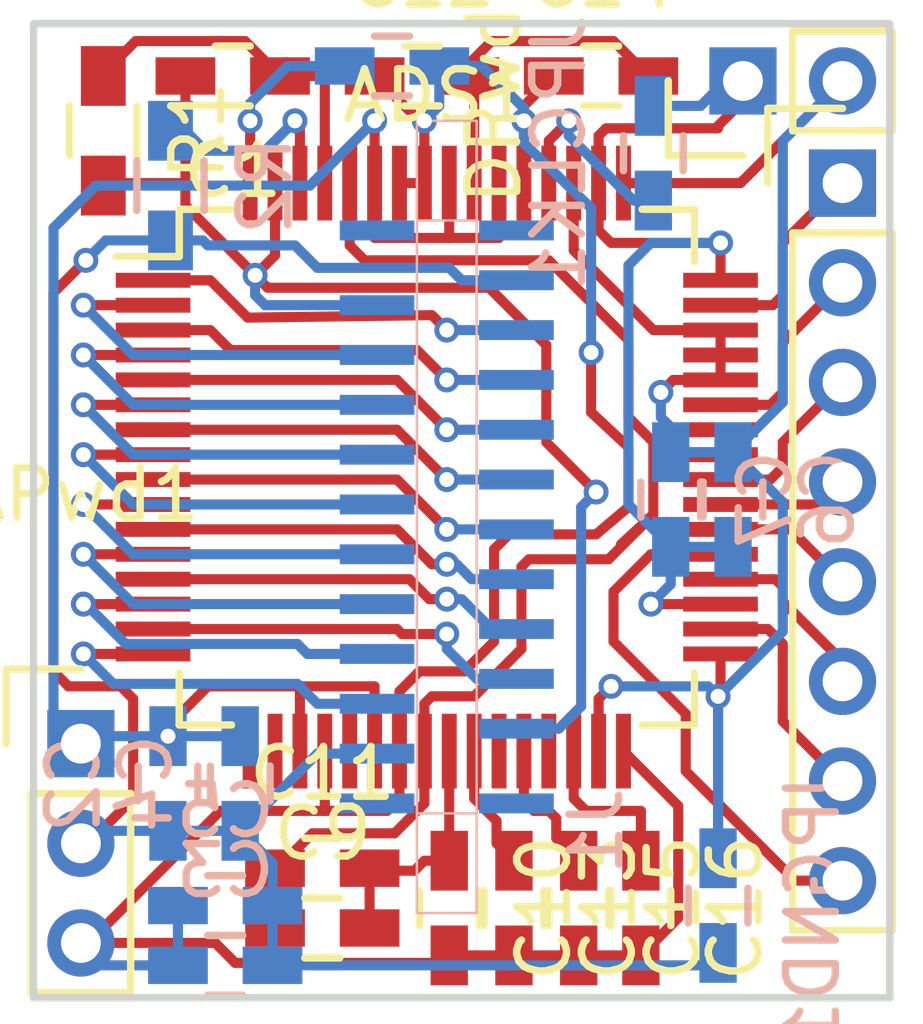
<source format=kicad_pcb>
(kicad_pcb (version 4) (host pcbnew 4.0.7)

  (general
    (links 93)
    (no_connects 0)
    (area 122.424999 90.674999 139.775001 110.375001)
    (thickness 1.6)
    (drawings 10)
    (tracks 384)
    (zones 0)
    (modules 25)
    (nets 49)
  )

  (page A4)
  (layers
    (0 F.Cu signal)
    (31 B.Cu signal)
    (32 B.Adhes user hide)
    (33 F.Adhes user hide)
    (34 B.Paste user hide)
    (35 F.Paste user hide)
    (36 B.SilkS user hide)
    (37 F.SilkS user hide)
    (38 B.Mask user hide)
    (39 F.Mask user hide)
    (40 Dwgs.User user hide)
    (41 Cmts.User user hide)
    (42 Eco1.User user hide)
    (43 Eco2.User user hide)
    (44 Edge.Cuts user)
    (45 Margin user hide)
    (46 B.CrtYd user hide)
    (47 F.CrtYd user hide)
    (48 B.Fab user hide)
    (49 F.Fab user hide)
  )

  (setup
    (last_trace_width 0.2032)
    (trace_clearance 0.2)
    (zone_clearance 0.508)
    (zone_45_only no)
    (trace_min 0.2)
    (segment_width 0.2)
    (edge_width 0.15)
    (via_size 0.5)
    (via_drill 0.3)
    (via_min_size 0.4)
    (via_min_drill 0.3)
    (uvia_size 0.5)
    (uvia_drill 0.3)
    (uvias_allowed no)
    (uvia_min_size 0.2)
    (uvia_min_drill 0.1)
    (pcb_text_width 0.3)
    (pcb_text_size 1.5 1.5)
    (mod_edge_width 0.15)
    (mod_text_size 1 1)
    (mod_text_width 0.15)
    (pad_size 1.524 1.524)
    (pad_drill 0.762)
    (pad_to_mask_clearance 0.2)
    (aux_axis_origin 0 0)
    (visible_elements FFFFFF9F)
    (pcbplotparams
      (layerselection 0x00030_80000001)
      (usegerberextensions false)
      (excludeedgelayer true)
      (linewidth 0.100000)
      (plotframeref false)
      (viasonmask false)
      (mode 1)
      (useauxorigin false)
      (hpglpennumber 1)
      (hpglpenspeed 20)
      (hpglpendiameter 15)
      (hpglpenoverlay 2)
      (psnegative false)
      (psa4output false)
      (plotreference true)
      (plotvalue true)
      (plotinvisibletext false)
      (padsonsilk false)
      (subtractmaskfromsilk false)
      (outputformat 1)
      (mirror false)
      (drillshape 1)
      (scaleselection 1)
      (outputdirectory ""))
  )

  (net 0 "")
  (net 1 /IN8N)
  (net 2 /IN8P)
  (net 3 /IN7N)
  (net 4 /IN7P)
  (net 5 /IN6N)
  (net 6 /IN6P)
  (net 7 /IN5N)
  (net 8 /IN5P)
  (net 9 /IN4N)
  (net 10 /IN4P)
  (net 11 /IN3N)
  (net 12 /IN3P)
  (net 13 /IN2N)
  (net 14 /IN2P)
  (net 15 /IN1N)
  (net 16 /IN1P)
  (net 17 /ADS1298/TESTP_PACE_OUT1)
  (net 18 /ADS1298/TESTN_PACE_OUT2)
  (net 19 /AVDD)
  (net 20 /AVSS)
  (net 21 /ADS1298/RLDREF)
  (net 22 "Net-(ADS1-Pad25)")
  (net 23 "Net-(ADS1-Pad26)")
  (net 24 "Net-(ADS1-Pad27)")
  (net 25 "Net-(ADS1-Pad28)")
  (net 26 "Net-(ADS1-Pad29)")
  (net 27 "Net-(ADS1-Pad30)")
  (net 28 /DGND)
  (net 29 /MOSI)
  (net 30 /DVDD)
  (net 31 /~RESET)
  (net 32 /CLK)
  (net 33 /START)
  (net 34 /~CS)
  (net 35 /SPI_CLK)
  (net 36 /MISO)
  (net 37 /~DRDY)
  (net 38 /CLKSEL)
  (net 39 "Net-(ADS1-Pad55)")
  (net 40 /ADS1298/RLDINV)
  (net 41 /ADS1298/RLDIN)
  (net 42 /RDLout)
  (net 43 "Net-(ADS1-Pad64)")
  (net 44 /AGND)
  (net 45 "Net-(J1-Pad42)")
  (net 46 "Net-(J1-Pad43)")
  (net 47 "Net-(J1-Pad41)")
  (net 48 "Net-(J1-Pad40)")

  (net_class Default "This is the default net class."
    (clearance 0.2)
    (trace_width 0.2032)
    (via_dia 0.5)
    (via_drill 0.3)
    (uvia_dia 0.5)
    (uvia_drill 0.3)
    (add_net /ADS1298/RLDIN)
    (add_net /ADS1298/RLDINV)
    (add_net /ADS1298/RLDREF)
    (add_net /ADS1298/TESTN_PACE_OUT2)
    (add_net /ADS1298/TESTP_PACE_OUT1)
    (add_net /AGND)
    (add_net /AVDD)
    (add_net /AVSS)
    (add_net /CLK)
    (add_net /CLKSEL)
    (add_net /DGND)
    (add_net /DVDD)
    (add_net /IN1N)
    (add_net /IN1P)
    (add_net /IN2N)
    (add_net /IN2P)
    (add_net /IN3N)
    (add_net /IN3P)
    (add_net /IN4N)
    (add_net /IN4P)
    (add_net /IN5N)
    (add_net /IN5P)
    (add_net /IN6N)
    (add_net /IN6P)
    (add_net /IN7N)
    (add_net /IN7P)
    (add_net /IN8N)
    (add_net /IN8P)
    (add_net /MISO)
    (add_net /MOSI)
    (add_net /RDLout)
    (add_net /SPI_CLK)
    (add_net /START)
    (add_net /~CS)
    (add_net /~DRDY)
    (add_net /~RESET)
    (add_net "Net-(ADS1-Pad25)")
    (add_net "Net-(ADS1-Pad26)")
    (add_net "Net-(ADS1-Pad27)")
    (add_net "Net-(ADS1-Pad28)")
    (add_net "Net-(ADS1-Pad29)")
    (add_net "Net-(ADS1-Pad30)")
    (add_net "Net-(ADS1-Pad55)")
    (add_net "Net-(ADS1-Pad64)")
    (add_net "Net-(J1-Pad40)")
    (add_net "Net-(J1-Pad41)")
    (add_net "Net-(J1-Pad42)")
    (add_net "Net-(J1-Pad43)")
  )

  (module Housings_QFP:TQFP-64_10x10mm_Pitch0.5mm (layer F.Cu) (tedit 54130A77) (tstamp 5AD1005E)
    (at 130.6 99.65)
    (descr "64-Lead Plastic Thin Quad Flatpack (PT) - 10x10x1 mm Body, 2.00 mm Footprint [TQFP] (see Microchip Packaging Specification 00000049BS.pdf)")
    (tags "QFP 0.5")
    (path /5AD0D78A/5AD0DB25)
    (attr smd)
    (fp_text reference ADS1 (at 0 -7.45) (layer F.SilkS)
      (effects (font (size 1 1) (thickness 0.15)))
    )
    (fp_text value ADS1298 (at 0 7.45) (layer F.Fab)
      (effects (font (size 1 1) (thickness 0.15)))
    )
    (fp_text user %R (at 0 0) (layer F.Fab)
      (effects (font (size 1 1) (thickness 0.15)))
    )
    (fp_line (start -4 -5) (end 5 -5) (layer F.Fab) (width 0.15))
    (fp_line (start 5 -5) (end 5 5) (layer F.Fab) (width 0.15))
    (fp_line (start 5 5) (end -5 5) (layer F.Fab) (width 0.15))
    (fp_line (start -5 5) (end -5 -4) (layer F.Fab) (width 0.15))
    (fp_line (start -5 -4) (end -4 -5) (layer F.Fab) (width 0.15))
    (fp_line (start -6.7 -6.7) (end -6.7 6.7) (layer F.CrtYd) (width 0.05))
    (fp_line (start 6.7 -6.7) (end 6.7 6.7) (layer F.CrtYd) (width 0.05))
    (fp_line (start -6.7 -6.7) (end 6.7 -6.7) (layer F.CrtYd) (width 0.05))
    (fp_line (start -6.7 6.7) (end 6.7 6.7) (layer F.CrtYd) (width 0.05))
    (fp_line (start -5.175 -5.175) (end -5.175 -4.225) (layer F.SilkS) (width 0.15))
    (fp_line (start 5.175 -5.175) (end 5.175 -4.125) (layer F.SilkS) (width 0.15))
    (fp_line (start 5.175 5.175) (end 5.175 4.125) (layer F.SilkS) (width 0.15))
    (fp_line (start -5.175 5.175) (end -5.175 4.125) (layer F.SilkS) (width 0.15))
    (fp_line (start -5.175 -5.175) (end -4.125 -5.175) (layer F.SilkS) (width 0.15))
    (fp_line (start -5.175 5.175) (end -4.125 5.175) (layer F.SilkS) (width 0.15))
    (fp_line (start 5.175 5.175) (end 4.125 5.175) (layer F.SilkS) (width 0.15))
    (fp_line (start 5.175 -5.175) (end 4.125 -5.175) (layer F.SilkS) (width 0.15))
    (fp_line (start -5.175 -4.225) (end -6.45 -4.225) (layer F.SilkS) (width 0.15))
    (pad 1 smd rect (at -5.7 -3.75) (size 1.5 0.3) (layers F.Cu F.Paste F.Mask)
      (net 1 /IN8N))
    (pad 2 smd rect (at -5.7 -3.25) (size 1.5 0.3) (layers F.Cu F.Paste F.Mask)
      (net 2 /IN8P))
    (pad 3 smd rect (at -5.7 -2.75) (size 1.5 0.3) (layers F.Cu F.Paste F.Mask)
      (net 3 /IN7N))
    (pad 4 smd rect (at -5.7 -2.25) (size 1.5 0.3) (layers F.Cu F.Paste F.Mask)
      (net 4 /IN7P))
    (pad 5 smd rect (at -5.7 -1.75) (size 1.5 0.3) (layers F.Cu F.Paste F.Mask)
      (net 5 /IN6N))
    (pad 6 smd rect (at -5.7 -1.25) (size 1.5 0.3) (layers F.Cu F.Paste F.Mask)
      (net 6 /IN6P))
    (pad 7 smd rect (at -5.7 -0.75) (size 1.5 0.3) (layers F.Cu F.Paste F.Mask)
      (net 7 /IN5N))
    (pad 8 smd rect (at -5.7 -0.25) (size 1.5 0.3) (layers F.Cu F.Paste F.Mask)
      (net 8 /IN5P))
    (pad 9 smd rect (at -5.7 0.25) (size 1.5 0.3) (layers F.Cu F.Paste F.Mask)
      (net 9 /IN4N))
    (pad 10 smd rect (at -5.7 0.75) (size 1.5 0.3) (layers F.Cu F.Paste F.Mask)
      (net 10 /IN4P))
    (pad 11 smd rect (at -5.7 1.25) (size 1.5 0.3) (layers F.Cu F.Paste F.Mask)
      (net 11 /IN3N))
    (pad 12 smd rect (at -5.7 1.75) (size 1.5 0.3) (layers F.Cu F.Paste F.Mask)
      (net 12 /IN3P))
    (pad 13 smd rect (at -5.7 2.25) (size 1.5 0.3) (layers F.Cu F.Paste F.Mask)
      (net 13 /IN2N))
    (pad 14 smd rect (at -5.7 2.75) (size 1.5 0.3) (layers F.Cu F.Paste F.Mask)
      (net 14 /IN2P))
    (pad 15 smd rect (at -5.7 3.25) (size 1.5 0.3) (layers F.Cu F.Paste F.Mask)
      (net 15 /IN1N))
    (pad 16 smd rect (at -5.7 3.75) (size 1.5 0.3) (layers F.Cu F.Paste F.Mask)
      (net 16 /IN1P))
    (pad 17 smd rect (at -3.75 5.7 90) (size 1.5 0.3) (layers F.Cu F.Paste F.Mask)
      (net 17 /ADS1298/TESTP_PACE_OUT1))
    (pad 18 smd rect (at -3.25 5.7 90) (size 1.5 0.3) (layers F.Cu F.Paste F.Mask)
      (net 18 /ADS1298/TESTN_PACE_OUT2))
    (pad 19 smd rect (at -2.75 5.7 90) (size 1.5 0.3) (layers F.Cu F.Paste F.Mask)
      (net 19 /AVDD))
    (pad 20 smd rect (at -2.25 5.7 90) (size 1.5 0.3) (layers F.Cu F.Paste F.Mask)
      (net 20 /AVSS))
    (pad 21 smd rect (at -1.75 5.7 90) (size 1.5 0.3) (layers F.Cu F.Paste F.Mask)
      (net 19 /AVDD))
    (pad 22 smd rect (at -1.25 5.7 90) (size 1.5 0.3) (layers F.Cu F.Paste F.Mask)
      (net 19 /AVDD))
    (pad 23 smd rect (at -0.75 5.7 90) (size 1.5 0.3) (layers F.Cu F.Paste F.Mask)
      (net 20 /AVSS))
    (pad 24 smd rect (at -0.25 5.7 90) (size 1.5 0.3) (layers F.Cu F.Paste F.Mask)
      (net 21 /ADS1298/RLDREF))
    (pad 25 smd rect (at 0.25 5.7 90) (size 1.5 0.3) (layers F.Cu F.Paste F.Mask)
      (net 22 "Net-(ADS1-Pad25)"))
    (pad 26 smd rect (at 0.75 5.7 90) (size 1.5 0.3) (layers F.Cu F.Paste F.Mask)
      (net 23 "Net-(ADS1-Pad26)"))
    (pad 27 smd rect (at 1.25 5.7 90) (size 1.5 0.3) (layers F.Cu F.Paste F.Mask)
      (net 24 "Net-(ADS1-Pad27)"))
    (pad 28 smd rect (at 1.75 5.7 90) (size 1.5 0.3) (layers F.Cu F.Paste F.Mask)
      (net 25 "Net-(ADS1-Pad28)"))
    (pad 29 smd rect (at 2.25 5.7 90) (size 1.5 0.3) (layers F.Cu F.Paste F.Mask)
      (net 26 "Net-(ADS1-Pad29)"))
    (pad 30 smd rect (at 2.75 5.7 90) (size 1.5 0.3) (layers F.Cu F.Paste F.Mask)
      (net 27 "Net-(ADS1-Pad30)"))
    (pad 31 smd rect (at 3.25 5.7 90) (size 1.5 0.3) (layers F.Cu F.Paste F.Mask)
      (net 28 /DGND))
    (pad 32 smd rect (at 3.75 5.7 90) (size 1.5 0.3) (layers F.Cu F.Paste F.Mask)
      (net 20 /AVSS))
    (pad 33 smd rect (at 5.7 3.75) (size 1.5 0.3) (layers F.Cu F.Paste F.Mask)
      (net 28 /DGND))
    (pad 34 smd rect (at 5.7 3.25) (size 1.5 0.3) (layers F.Cu F.Paste F.Mask)
      (net 29 /MOSI))
    (pad 35 smd rect (at 5.7 2.75) (size 1.5 0.3) (layers F.Cu F.Paste F.Mask)
      (net 30 /DVDD))
    (pad 36 smd rect (at 5.7 2.25) (size 1.5 0.3) (layers F.Cu F.Paste F.Mask)
      (net 31 /~RESET))
    (pad 37 smd rect (at 5.7 1.75) (size 1.5 0.3) (layers F.Cu F.Paste F.Mask)
      (net 32 /CLK))
    (pad 38 smd rect (at 5.7 1.25) (size 1.5 0.3) (layers F.Cu F.Paste F.Mask)
      (net 33 /START))
    (pad 39 smd rect (at 5.7 0.75) (size 1.5 0.3) (layers F.Cu F.Paste F.Mask)
      (net 34 /~CS))
    (pad 40 smd rect (at 5.7 0.25) (size 1.5 0.3) (layers F.Cu F.Paste F.Mask)
      (net 35 /SPI_CLK))
    (pad 41 smd rect (at 5.7 -0.25) (size 1.5 0.3) (layers F.Cu F.Paste F.Mask)
      (net 28 /DGND))
    (pad 42 smd rect (at 5.7 -0.75) (size 1.5 0.3) (layers F.Cu F.Paste F.Mask)
      (net 28 /DGND))
    (pad 43 smd rect (at 5.7 -1.25) (size 1.5 0.3) (layers F.Cu F.Paste F.Mask)
      (net 36 /MISO))
    (pad 44 smd rect (at 5.7 -1.75) (size 1.5 0.3) (layers F.Cu F.Paste F.Mask)
      (net 28 /DGND))
    (pad 45 smd rect (at 5.7 -2.25) (size 1.5 0.3) (layers F.Cu F.Paste F.Mask)
      (net 28 /DGND))
    (pad 46 smd rect (at 5.7 -2.75) (size 1.5 0.3) (layers F.Cu F.Paste F.Mask)
      (net 28 /DGND))
    (pad 47 smd rect (at 5.7 -3.25) (size 1.5 0.3) (layers F.Cu F.Paste F.Mask)
      (net 37 /~DRDY))
    (pad 48 smd rect (at 5.7 -3.75) (size 1.5 0.3) (layers F.Cu F.Paste F.Mask)
      (net 30 /DVDD))
    (pad 49 smd rect (at 3.75 -5.7 90) (size 1.5 0.3) (layers F.Cu F.Paste F.Mask)
      (net 28 /DGND))
    (pad 50 smd rect (at 3.25 -5.7 90) (size 1.5 0.3) (layers F.Cu F.Paste F.Mask)
      (net 30 /DVDD))
    (pad 51 smd rect (at 2.75 -5.7 90) (size 1.5 0.3) (layers F.Cu F.Paste F.Mask)
      (net 28 /DGND))
    (pad 52 smd rect (at 2.25 -5.7 90) (size 1.5 0.3) (layers F.Cu F.Paste F.Mask)
      (net 38 /CLKSEL))
    (pad 53 smd rect (at 1.75 -5.7 90) (size 1.5 0.3) (layers F.Cu F.Paste F.Mask)
      (net 20 /AVSS))
    (pad 54 smd rect (at 1.25 -5.7 90) (size 1.5 0.3) (layers F.Cu F.Paste F.Mask)
      (net 19 /AVDD))
    (pad 55 smd rect (at 0.75 -5.7 90) (size 1.5 0.3) (layers F.Cu F.Paste F.Mask)
      (net 39 "Net-(ADS1-Pad55)"))
    (pad 56 smd rect (at 0.25 -5.7 90) (size 1.5 0.3) (layers F.Cu F.Paste F.Mask)
      (net 19 /AVDD))
    (pad 57 smd rect (at -0.25 -5.7 90) (size 1.5 0.3) (layers F.Cu F.Paste F.Mask)
      (net 20 /AVSS))
    (pad 58 smd rect (at -0.75 -5.7 90) (size 1.5 0.3) (layers F.Cu F.Paste F.Mask)
      (net 20 /AVSS))
    (pad 59 smd rect (at -1.25 -5.7 90) (size 1.5 0.3) (layers F.Cu F.Paste F.Mask)
      (net 19 /AVDD))
    (pad 60 smd rect (at -1.75 -5.7 90) (size 1.5 0.3) (layers F.Cu F.Paste F.Mask)
      (net 21 /ADS1298/RLDREF))
    (pad 61 smd rect (at -2.25 -5.7 90) (size 1.5 0.3) (layers F.Cu F.Paste F.Mask)
      (net 40 /ADS1298/RLDINV))
    (pad 62 smd rect (at -2.75 -5.7 90) (size 1.5 0.3) (layers F.Cu F.Paste F.Mask)
      (net 41 /ADS1298/RLDIN))
    (pad 63 smd rect (at -3.25 -5.7 90) (size 1.5 0.3) (layers F.Cu F.Paste F.Mask)
      (net 42 /RDLout))
    (pad 64 smd rect (at -3.75 -5.7 90) (size 1.5 0.3) (layers F.Cu F.Paste F.Mask)
      (net 43 "Net-(ADS1-Pad64)"))
    (model Housings_QFP.3dshapes/TQFP-64_10x10mm_Pitch0.5mm.wrl
      (at (xyz 0 0 0))
      (scale (xyz 1 1 1))
      (rotate (xyz 0 0 0))
    )
  )

  (module Pin_Headers:Pin_Header_Straight_1x03_Pitch2.00mm (layer F.Cu) (tedit 56FA75DA) (tstamp 5AD10065)
    (at 123.45 105.2)
    (descr "Through hole pin header, 1x03, 2.00mm pitch, single row")
    (tags "pin header single row")
    (path /5AD21670)
    (fp_text reference APwd1 (at 0 -5) (layer F.SilkS)
      (effects (font (size 1 1) (thickness 0.15)))
    )
    (fp_text value Conn_01x03 (at 0 -3) (layer F.Fab)
      (effects (font (size 1 1) (thickness 0.15)))
    )
    (fp_line (start -1 1) (end 1 1) (layer F.SilkS) (width 0.15))
    (fp_line (start 1 1) (end 1 5) (layer F.SilkS) (width 0.15))
    (fp_line (start 1 5) (end -1 5) (layer F.SilkS) (width 0.15))
    (fp_line (start -1 5) (end -1 1) (layer F.SilkS) (width 0.15))
    (fp_line (start -1.6 -1.6) (end 1.6 -1.6) (layer F.CrtYd) (width 0.05))
    (fp_line (start 1.6 -1.6) (end 1.6 5.6) (layer F.CrtYd) (width 0.05))
    (fp_line (start 1.6 5.6) (end -1.6 5.6) (layer F.CrtYd) (width 0.05))
    (fp_line (start -1.6 5.6) (end -1.6 -1.6) (layer F.CrtYd) (width 0.05))
    (fp_line (start -1.5 0) (end -1.5 -1.5) (layer F.SilkS) (width 0.15))
    (fp_line (start -1.5 -1.5) (end 0 -1.5) (layer F.SilkS) (width 0.15))
    (pad 1 thru_hole rect (at 0 0) (size 1.35 1.35) (drill 0.8) (layers *.Cu *.Mask)
      (net 19 /AVDD))
    (pad 2 thru_hole circle (at 0 2) (size 1.35 1.35) (drill 0.8) (layers *.Cu *.Mask)
      (net 44 /AGND))
    (pad 3 thru_hole circle (at 0 4) (size 1.35 1.35) (drill 0.8) (layers *.Cu *.Mask)
      (net 20 /AVSS))
    (model Pin_Headers.3dshapes/Pin_Header_Straight_1x03_Pitch2.00mm.wrl
      (at (xyz 0 0 0))
      (scale (xyz 1 1 1))
      (rotate (xyz 0 0 0))
    )
  )

  (module Capacitors_SMD:C_0603_HandSoldering (layer F.Cu) (tedit 541A9B4D) (tstamp 5AD1006B)
    (at 126.5 91.8 180)
    (descr "Capacitor SMD 0603, hand soldering")
    (tags "capacitor 0603")
    (path /5AD0D78A/5AD0DB27)
    (attr smd)
    (fp_text reference C1 (at 0 -1.9 180) (layer F.SilkS)
      (effects (font (size 1 1) (thickness 0.15)))
    )
    (fp_text value 1nf (at 0 1.9 180) (layer F.Fab)
      (effects (font (size 1 1) (thickness 0.15)))
    )
    (fp_line (start -0.8 0.4) (end -0.8 -0.4) (layer F.Fab) (width 0.15))
    (fp_line (start 0.8 0.4) (end -0.8 0.4) (layer F.Fab) (width 0.15))
    (fp_line (start 0.8 -0.4) (end 0.8 0.4) (layer F.Fab) (width 0.15))
    (fp_line (start -0.8 -0.4) (end 0.8 -0.4) (layer F.Fab) (width 0.15))
    (fp_line (start -1.85 -0.75) (end 1.85 -0.75) (layer F.CrtYd) (width 0.05))
    (fp_line (start -1.85 0.75) (end 1.85 0.75) (layer F.CrtYd) (width 0.05))
    (fp_line (start -1.85 -0.75) (end -1.85 0.75) (layer F.CrtYd) (width 0.05))
    (fp_line (start 1.85 -0.75) (end 1.85 0.75) (layer F.CrtYd) (width 0.05))
    (fp_line (start -0.35 -0.6) (end 0.35 -0.6) (layer F.SilkS) (width 0.15))
    (fp_line (start 0.35 0.6) (end -0.35 0.6) (layer F.SilkS) (width 0.15))
    (pad 1 smd rect (at -0.95 0 180) (size 1.2 0.75) (layers F.Cu F.Paste F.Mask)
      (net 40 /ADS1298/RLDINV))
    (pad 2 smd rect (at 0.95 0 180) (size 1.2 0.75) (layers F.Cu F.Paste F.Mask)
      (net 42 /RDLout))
    (model Capacitors_SMD.3dshapes/C_0603_HandSoldering.wrl
      (at (xyz 0 0 0))
      (scale (xyz 1 1 1))
      (rotate (xyz 0 0 0))
    )
  )

  (module Capacitors_SMD:C_0603_HandSoldering (layer B.Cu) (tedit 541A9B4D) (tstamp 5AD10071)
    (at 125.2 106 270)
    (descr "Capacitor SMD 0603, hand soldering")
    (tags "capacitor 0603")
    (path /5AD0D78A/5AD0DB2E)
    (attr smd)
    (fp_text reference C2 (at 0 1.9 270) (layer B.SilkS)
      (effects (font (size 1 1) (thickness 0.15)) (justify mirror))
    )
    (fp_text value 1uF (at 0 -1.9 270) (layer B.Fab)
      (effects (font (size 1 1) (thickness 0.15)) (justify mirror))
    )
    (fp_line (start -0.8 -0.4) (end -0.8 0.4) (layer B.Fab) (width 0.15))
    (fp_line (start 0.8 -0.4) (end -0.8 -0.4) (layer B.Fab) (width 0.15))
    (fp_line (start 0.8 0.4) (end 0.8 -0.4) (layer B.Fab) (width 0.15))
    (fp_line (start -0.8 0.4) (end 0.8 0.4) (layer B.Fab) (width 0.15))
    (fp_line (start -1.85 0.75) (end 1.85 0.75) (layer B.CrtYd) (width 0.05))
    (fp_line (start -1.85 -0.75) (end 1.85 -0.75) (layer B.CrtYd) (width 0.05))
    (fp_line (start -1.85 0.75) (end -1.85 -0.75) (layer B.CrtYd) (width 0.05))
    (fp_line (start 1.85 0.75) (end 1.85 -0.75) (layer B.CrtYd) (width 0.05))
    (fp_line (start -0.35 0.6) (end 0.35 0.6) (layer B.SilkS) (width 0.15))
    (fp_line (start 0.35 -0.6) (end -0.35 -0.6) (layer B.SilkS) (width 0.15))
    (pad 1 smd rect (at -0.95 0 270) (size 1.2 0.75) (layers B.Cu B.Paste B.Mask)
      (net 19 /AVDD))
    (pad 2 smd rect (at 0.95 0 270) (size 1.2 0.75) (layers B.Cu B.Paste B.Mask)
      (net 44 /AGND))
    (model Capacitors_SMD.3dshapes/C_0603_HandSoldering.wrl
      (at (xyz 0 0 0))
      (scale (xyz 1 1 1))
      (rotate (xyz 0 0 0))
    )
  )

  (module Capacitors_SMD:C_0603_HandSoldering (layer B.Cu) (tedit 541A9B4D) (tstamp 5AD10077)
    (at 126.35 109.65 180)
    (descr "Capacitor SMD 0603, hand soldering")
    (tags "capacitor 0603")
    (path /5AD0D78A/5AD0DB30)
    (attr smd)
    (fp_text reference C3 (at 0 1.9 180) (layer B.SilkS)
      (effects (font (size 1 1) (thickness 0.15)) (justify mirror))
    )
    (fp_text value 1uF (at 0 -1.9 180) (layer B.Fab)
      (effects (font (size 1 1) (thickness 0.15)) (justify mirror))
    )
    (fp_line (start -0.8 -0.4) (end -0.8 0.4) (layer B.Fab) (width 0.15))
    (fp_line (start 0.8 -0.4) (end -0.8 -0.4) (layer B.Fab) (width 0.15))
    (fp_line (start 0.8 0.4) (end 0.8 -0.4) (layer B.Fab) (width 0.15))
    (fp_line (start -0.8 0.4) (end 0.8 0.4) (layer B.Fab) (width 0.15))
    (fp_line (start -1.85 0.75) (end 1.85 0.75) (layer B.CrtYd) (width 0.05))
    (fp_line (start -1.85 -0.75) (end 1.85 -0.75) (layer B.CrtYd) (width 0.05))
    (fp_line (start -1.85 0.75) (end -1.85 -0.75) (layer B.CrtYd) (width 0.05))
    (fp_line (start 1.85 0.75) (end 1.85 -0.75) (layer B.CrtYd) (width 0.05))
    (fp_line (start -0.35 0.6) (end 0.35 0.6) (layer B.SilkS) (width 0.15))
    (fp_line (start 0.35 -0.6) (end -0.35 -0.6) (layer B.SilkS) (width 0.15))
    (pad 1 smd rect (at -0.95 0 180) (size 1.2 0.75) (layers B.Cu B.Paste B.Mask)
      (net 44 /AGND))
    (pad 2 smd rect (at 0.95 0 180) (size 1.2 0.75) (layers B.Cu B.Paste B.Mask)
      (net 20 /AVSS))
    (model Capacitors_SMD.3dshapes/C_0603_HandSoldering.wrl
      (at (xyz 0 0 0))
      (scale (xyz 1 1 1))
      (rotate (xyz 0 0 0))
    )
  )

  (module Capacitors_SMD:C_0603_HandSoldering (layer B.Cu) (tedit 541A9B4D) (tstamp 5AD1007D)
    (at 126.65 106 270)
    (descr "Capacitor SMD 0603, hand soldering")
    (tags "capacitor 0603")
    (path /5AD0D78A/5AD0DB2D)
    (attr smd)
    (fp_text reference C4 (at 0 1.9 270) (layer B.SilkS)
      (effects (font (size 1 1) (thickness 0.15)) (justify mirror))
    )
    (fp_text value 0.1uF (at 0 -1.9 270) (layer B.Fab)
      (effects (font (size 1 1) (thickness 0.15)) (justify mirror))
    )
    (fp_line (start -0.8 -0.4) (end -0.8 0.4) (layer B.Fab) (width 0.15))
    (fp_line (start 0.8 -0.4) (end -0.8 -0.4) (layer B.Fab) (width 0.15))
    (fp_line (start 0.8 0.4) (end 0.8 -0.4) (layer B.Fab) (width 0.15))
    (fp_line (start -0.8 0.4) (end 0.8 0.4) (layer B.Fab) (width 0.15))
    (fp_line (start -1.85 0.75) (end 1.85 0.75) (layer B.CrtYd) (width 0.05))
    (fp_line (start -1.85 -0.75) (end 1.85 -0.75) (layer B.CrtYd) (width 0.05))
    (fp_line (start -1.85 0.75) (end -1.85 -0.75) (layer B.CrtYd) (width 0.05))
    (fp_line (start 1.85 0.75) (end 1.85 -0.75) (layer B.CrtYd) (width 0.05))
    (fp_line (start -0.35 0.6) (end 0.35 0.6) (layer B.SilkS) (width 0.15))
    (fp_line (start 0.35 -0.6) (end -0.35 -0.6) (layer B.SilkS) (width 0.15))
    (pad 1 smd rect (at -0.95 0 270) (size 1.2 0.75) (layers B.Cu B.Paste B.Mask)
      (net 19 /AVDD))
    (pad 2 smd rect (at 0.95 0 270) (size 1.2 0.75) (layers B.Cu B.Paste B.Mask)
      (net 44 /AGND))
    (model Capacitors_SMD.3dshapes/C_0603_HandSoldering.wrl
      (at (xyz 0 0 0))
      (scale (xyz 1 1 1))
      (rotate (xyz 0 0 0))
    )
  )

  (module Capacitors_SMD:C_0603_HandSoldering (layer B.Cu) (tedit 541A9B4D) (tstamp 5AD10083)
    (at 126.35 108.45 180)
    (descr "Capacitor SMD 0603, hand soldering")
    (tags "capacitor 0603")
    (path /5AD0D78A/5AD0DB2F)
    (attr smd)
    (fp_text reference C5 (at 0 1.9 180) (layer B.SilkS)
      (effects (font (size 1 1) (thickness 0.15)) (justify mirror))
    )
    (fp_text value 0.1uF (at 0 -1.9 180) (layer B.Fab)
      (effects (font (size 1 1) (thickness 0.15)) (justify mirror))
    )
    (fp_line (start -0.8 -0.4) (end -0.8 0.4) (layer B.Fab) (width 0.15))
    (fp_line (start 0.8 -0.4) (end -0.8 -0.4) (layer B.Fab) (width 0.15))
    (fp_line (start 0.8 0.4) (end 0.8 -0.4) (layer B.Fab) (width 0.15))
    (fp_line (start -0.8 0.4) (end 0.8 0.4) (layer B.Fab) (width 0.15))
    (fp_line (start -1.85 0.75) (end 1.85 0.75) (layer B.CrtYd) (width 0.05))
    (fp_line (start -1.85 -0.75) (end 1.85 -0.75) (layer B.CrtYd) (width 0.05))
    (fp_line (start -1.85 0.75) (end -1.85 -0.75) (layer B.CrtYd) (width 0.05))
    (fp_line (start 1.85 0.75) (end 1.85 -0.75) (layer B.CrtYd) (width 0.05))
    (fp_line (start -0.35 0.6) (end 0.35 0.6) (layer B.SilkS) (width 0.15))
    (fp_line (start 0.35 -0.6) (end -0.35 -0.6) (layer B.SilkS) (width 0.15))
    (pad 1 smd rect (at -0.95 0 180) (size 1.2 0.75) (layers B.Cu B.Paste B.Mask)
      (net 44 /AGND))
    (pad 2 smd rect (at 0.95 0 180) (size 1.2 0.75) (layers B.Cu B.Paste B.Mask)
      (net 20 /AVSS))
    (model Capacitors_SMD.3dshapes/C_0603_HandSoldering.wrl
      (at (xyz 0 0 0))
      (scale (xyz 1 1 1))
      (rotate (xyz 0 0 0))
    )
  )

  (module Capacitors_SMD:C_0603_HandSoldering (layer B.Cu) (tedit 541A9B4D) (tstamp 5AD10089)
    (at 136.55 100.3 90)
    (descr "Capacitor SMD 0603, hand soldering")
    (tags "capacitor 0603")
    (path /5AD0D78A/5AD0DB32)
    (attr smd)
    (fp_text reference C6 (at 0 1.9 90) (layer B.SilkS)
      (effects (font (size 1 1) (thickness 0.15)) (justify mirror))
    )
    (fp_text value 1uF (at 0 -1.9 90) (layer B.Fab)
      (effects (font (size 1 1) (thickness 0.15)) (justify mirror))
    )
    (fp_line (start -0.8 -0.4) (end -0.8 0.4) (layer B.Fab) (width 0.15))
    (fp_line (start 0.8 -0.4) (end -0.8 -0.4) (layer B.Fab) (width 0.15))
    (fp_line (start 0.8 0.4) (end 0.8 -0.4) (layer B.Fab) (width 0.15))
    (fp_line (start -0.8 0.4) (end 0.8 0.4) (layer B.Fab) (width 0.15))
    (fp_line (start -1.85 0.75) (end 1.85 0.75) (layer B.CrtYd) (width 0.05))
    (fp_line (start -1.85 -0.75) (end 1.85 -0.75) (layer B.CrtYd) (width 0.05))
    (fp_line (start -1.85 0.75) (end -1.85 -0.75) (layer B.CrtYd) (width 0.05))
    (fp_line (start 1.85 0.75) (end 1.85 -0.75) (layer B.CrtYd) (width 0.05))
    (fp_line (start -0.35 0.6) (end 0.35 0.6) (layer B.SilkS) (width 0.15))
    (fp_line (start 0.35 -0.6) (end -0.35 -0.6) (layer B.SilkS) (width 0.15))
    (pad 1 smd rect (at -0.95 0 90) (size 1.2 0.75) (layers B.Cu B.Paste B.Mask)
      (net 30 /DVDD))
    (pad 2 smd rect (at 0.95 0 90) (size 1.2 0.75) (layers B.Cu B.Paste B.Mask)
      (net 28 /DGND))
    (model Capacitors_SMD.3dshapes/C_0603_HandSoldering.wrl
      (at (xyz 0 0 0))
      (scale (xyz 1 1 1))
      (rotate (xyz 0 0 0))
    )
  )

  (module Capacitors_SMD:C_0603_HandSoldering (layer B.Cu) (tedit 541A9B4D) (tstamp 5AD1008F)
    (at 135.3 100.3 90)
    (descr "Capacitor SMD 0603, hand soldering")
    (tags "capacitor 0603")
    (path /5AD0D78A/5AD0DB31)
    (attr smd)
    (fp_text reference C7 (at 0 1.9 90) (layer B.SilkS)
      (effects (font (size 1 1) (thickness 0.15)) (justify mirror))
    )
    (fp_text value 0.1uF (at 0 -1.9 90) (layer B.Fab)
      (effects (font (size 1 1) (thickness 0.15)) (justify mirror))
    )
    (fp_line (start -0.8 -0.4) (end -0.8 0.4) (layer B.Fab) (width 0.15))
    (fp_line (start 0.8 -0.4) (end -0.8 -0.4) (layer B.Fab) (width 0.15))
    (fp_line (start 0.8 0.4) (end 0.8 -0.4) (layer B.Fab) (width 0.15))
    (fp_line (start -0.8 0.4) (end 0.8 0.4) (layer B.Fab) (width 0.15))
    (fp_line (start -1.85 0.75) (end 1.85 0.75) (layer B.CrtYd) (width 0.05))
    (fp_line (start -1.85 -0.75) (end 1.85 -0.75) (layer B.CrtYd) (width 0.05))
    (fp_line (start -1.85 0.75) (end -1.85 -0.75) (layer B.CrtYd) (width 0.05))
    (fp_line (start 1.85 0.75) (end 1.85 -0.75) (layer B.CrtYd) (width 0.05))
    (fp_line (start -0.35 0.6) (end 0.35 0.6) (layer B.SilkS) (width 0.15))
    (fp_line (start 0.35 -0.6) (end -0.35 -0.6) (layer B.SilkS) (width 0.15))
    (pad 1 smd rect (at -0.95 0 90) (size 1.2 0.75) (layers B.Cu B.Paste B.Mask)
      (net 30 /DVDD))
    (pad 2 smd rect (at 0.95 0 90) (size 1.2 0.75) (layers B.Cu B.Paste B.Mask)
      (net 28 /DGND))
    (model Capacitors_SMD.3dshapes/C_0603_HandSoldering.wrl
      (at (xyz 0 0 0))
      (scale (xyz 1 1 1))
      (rotate (xyz 0 0 0))
    )
  )

  (module Capacitors_SMD:C_0603_HandSoldering (layer B.Cu) (tedit 541A9B4D) (tstamp 5AD10095)
    (at 129.7 91.6 180)
    (descr "Capacitor SMD 0603, hand soldering")
    (tags "capacitor 0603")
    (path /5AD0D78A/5AD0DB35)
    (attr smd)
    (fp_text reference C8 (at 0 1.9 180) (layer B.SilkS)
      (effects (font (size 1 1) (thickness 0.15)) (justify mirror))
    )
    (fp_text value 100pf (at 0 -1.9 180) (layer B.Fab)
      (effects (font (size 1 1) (thickness 0.15)) (justify mirror))
    )
    (fp_line (start -0.8 -0.4) (end -0.8 0.4) (layer B.Fab) (width 0.15))
    (fp_line (start 0.8 -0.4) (end -0.8 -0.4) (layer B.Fab) (width 0.15))
    (fp_line (start 0.8 0.4) (end 0.8 -0.4) (layer B.Fab) (width 0.15))
    (fp_line (start -0.8 0.4) (end 0.8 0.4) (layer B.Fab) (width 0.15))
    (fp_line (start -1.85 0.75) (end 1.85 0.75) (layer B.CrtYd) (width 0.05))
    (fp_line (start -1.85 -0.75) (end 1.85 -0.75) (layer B.CrtYd) (width 0.05))
    (fp_line (start -1.85 0.75) (end -1.85 -0.75) (layer B.CrtYd) (width 0.05))
    (fp_line (start 1.85 0.75) (end 1.85 -0.75) (layer B.CrtYd) (width 0.05))
    (fp_line (start -0.35 0.6) (end 0.35 0.6) (layer B.SilkS) (width 0.15))
    (fp_line (start 0.35 -0.6) (end -0.35 -0.6) (layer B.SilkS) (width 0.15))
    (pad 1 smd rect (at -0.95 0 180) (size 1.2 0.75) (layers B.Cu B.Paste B.Mask)
      (net 20 /AVSS))
    (pad 2 smd rect (at 0.95 0 180) (size 1.2 0.75) (layers B.Cu B.Paste B.Mask)
      (net 43 "Net-(ADS1-Pad64)"))
    (model Capacitors_SMD.3dshapes/C_0603_HandSoldering.wrl
      (at (xyz 0 0 0))
      (scale (xyz 1 1 1))
      (rotate (xyz 0 0 0))
    )
  )

  (module Capacitors_SMD:C_0603_HandSoldering (layer F.Cu) (tedit 541A9B4D) (tstamp 5AD1009B)
    (at 128.3 108.9)
    (descr "Capacitor SMD 0603, hand soldering")
    (tags "capacitor 0603")
    (path /5AD0D78A/5AD0DB2B)
    (attr smd)
    (fp_text reference C9 (at 0 -1.9) (layer F.SilkS)
      (effects (font (size 1 1) (thickness 0.15)))
    )
    (fp_text value 0.1uF (at 0 1.9) (layer F.Fab)
      (effects (font (size 1 1) (thickness 0.15)))
    )
    (fp_line (start -0.8 0.4) (end -0.8 -0.4) (layer F.Fab) (width 0.15))
    (fp_line (start 0.8 0.4) (end -0.8 0.4) (layer F.Fab) (width 0.15))
    (fp_line (start 0.8 -0.4) (end 0.8 0.4) (layer F.Fab) (width 0.15))
    (fp_line (start -0.8 -0.4) (end 0.8 -0.4) (layer F.Fab) (width 0.15))
    (fp_line (start -1.85 -0.75) (end 1.85 -0.75) (layer F.CrtYd) (width 0.05))
    (fp_line (start -1.85 0.75) (end 1.85 0.75) (layer F.CrtYd) (width 0.05))
    (fp_line (start -1.85 -0.75) (end -1.85 0.75) (layer F.CrtYd) (width 0.05))
    (fp_line (start 1.85 -0.75) (end 1.85 0.75) (layer F.CrtYd) (width 0.05))
    (fp_line (start -0.35 -0.6) (end 0.35 -0.6) (layer F.SilkS) (width 0.15))
    (fp_line (start 0.35 0.6) (end -0.35 0.6) (layer F.SilkS) (width 0.15))
    (pad 1 smd rect (at -0.95 0) (size 1.2 0.75) (layers F.Cu F.Paste F.Mask)
      (net 21 /ADS1298/RLDREF))
    (pad 2 smd rect (at 0.95 0) (size 1.2 0.75) (layers F.Cu F.Paste F.Mask)
      (net 22 "Net-(ADS1-Pad25)"))
    (model Capacitors_SMD.3dshapes/C_0603_HandSoldering.wrl
      (at (xyz 0 0 0))
      (scale (xyz 1 1 1))
      (rotate (xyz 0 0 0))
    )
  )

  (module Capacitors_SMD:C_0603_HandSoldering (layer F.Cu) (tedit 541A9B4D) (tstamp 5AD100A1)
    (at 130.85 108.5 270)
    (descr "Capacitor SMD 0603, hand soldering")
    (tags "capacitor 0603")
    (path /5AD0D78A/5AD1A7C2)
    (attr smd)
    (fp_text reference C10 (at 0 -1.9 270) (layer F.SilkS)
      (effects (font (size 1 1) (thickness 0.15)))
    )
    (fp_text value 1uF (at 0 1.9 270) (layer F.Fab)
      (effects (font (size 1 1) (thickness 0.15)))
    )
    (fp_line (start -0.8 0.4) (end -0.8 -0.4) (layer F.Fab) (width 0.15))
    (fp_line (start 0.8 0.4) (end -0.8 0.4) (layer F.Fab) (width 0.15))
    (fp_line (start 0.8 -0.4) (end 0.8 0.4) (layer F.Fab) (width 0.15))
    (fp_line (start -0.8 -0.4) (end 0.8 -0.4) (layer F.Fab) (width 0.15))
    (fp_line (start -1.85 -0.75) (end 1.85 -0.75) (layer F.CrtYd) (width 0.05))
    (fp_line (start -1.85 0.75) (end 1.85 0.75) (layer F.CrtYd) (width 0.05))
    (fp_line (start -1.85 -0.75) (end -1.85 0.75) (layer F.CrtYd) (width 0.05))
    (fp_line (start 1.85 -0.75) (end 1.85 0.75) (layer F.CrtYd) (width 0.05))
    (fp_line (start -0.35 -0.6) (end 0.35 -0.6) (layer F.SilkS) (width 0.15))
    (fp_line (start 0.35 0.6) (end -0.35 0.6) (layer F.SilkS) (width 0.15))
    (pad 1 smd rect (at -0.95 0 270) (size 1.2 0.75) (layers F.Cu F.Paste F.Mask)
      (net 22 "Net-(ADS1-Pad25)"))
    (pad 2 smd rect (at 0.95 0 270) (size 1.2 0.75) (layers F.Cu F.Paste F.Mask)
      (net 20 /AVSS))
    (model Capacitors_SMD.3dshapes/C_0603_HandSoldering.wrl
      (at (xyz 0 0 0))
      (scale (xyz 1 1 1))
      (rotate (xyz 0 0 0))
    )
  )

  (module Capacitors_SMD:C_0603_HandSoldering (layer F.Cu) (tedit 541A9B4D) (tstamp 5AD100A7)
    (at 128.3 107.7)
    (descr "Capacitor SMD 0603, hand soldering")
    (tags "capacitor 0603")
    (path /5AD0D78A/5AD0DB2A)
    (attr smd)
    (fp_text reference C11 (at 0 -1.9) (layer F.SilkS)
      (effects (font (size 1 1) (thickness 0.15)))
    )
    (fp_text value 10uF (at 0 1.9) (layer F.Fab)
      (effects (font (size 1 1) (thickness 0.15)))
    )
    (fp_line (start -0.8 0.4) (end -0.8 -0.4) (layer F.Fab) (width 0.15))
    (fp_line (start 0.8 0.4) (end -0.8 0.4) (layer F.Fab) (width 0.15))
    (fp_line (start 0.8 -0.4) (end 0.8 0.4) (layer F.Fab) (width 0.15))
    (fp_line (start -0.8 -0.4) (end 0.8 -0.4) (layer F.Fab) (width 0.15))
    (fp_line (start -1.85 -0.75) (end 1.85 -0.75) (layer F.CrtYd) (width 0.05))
    (fp_line (start -1.85 0.75) (end 1.85 0.75) (layer F.CrtYd) (width 0.05))
    (fp_line (start -1.85 -0.75) (end -1.85 0.75) (layer F.CrtYd) (width 0.05))
    (fp_line (start 1.85 -0.75) (end 1.85 0.75) (layer F.CrtYd) (width 0.05))
    (fp_line (start -0.35 -0.6) (end 0.35 -0.6) (layer F.SilkS) (width 0.15))
    (fp_line (start 0.35 0.6) (end -0.35 0.6) (layer F.SilkS) (width 0.15))
    (pad 1 smd rect (at -0.95 0) (size 1.2 0.75) (layers F.Cu F.Paste F.Mask)
      (net 21 /ADS1298/RLDREF))
    (pad 2 smd rect (at 0.95 0) (size 1.2 0.75) (layers F.Cu F.Paste F.Mask)
      (net 22 "Net-(ADS1-Pad25)"))
    (model Capacitors_SMD.3dshapes/C_0603_HandSoldering.wrl
      (at (xyz 0 0 0))
      (scale (xyz 1 1 1))
      (rotate (xyz 0 0 0))
    )
  )

  (module Capacitors_SMD:C_0603_HandSoldering (layer F.Cu) (tedit 541A9B4D) (tstamp 5AD100AD)
    (at 130.3 91.8)
    (descr "Capacitor SMD 0603, hand soldering")
    (tags "capacitor 0603")
    (path /5AD0D78A/5AD0DB34)
    (attr smd)
    (fp_text reference C12 (at 0 -1.9) (layer F.SilkS)
      (effects (font (size 1 1) (thickness 0.15)))
    )
    (fp_text value 1uF (at 0 1.9) (layer F.Fab)
      (effects (font (size 1 1) (thickness 0.15)))
    )
    (fp_line (start -0.8 0.4) (end -0.8 -0.4) (layer F.Fab) (width 0.15))
    (fp_line (start 0.8 0.4) (end -0.8 0.4) (layer F.Fab) (width 0.15))
    (fp_line (start 0.8 -0.4) (end 0.8 0.4) (layer F.Fab) (width 0.15))
    (fp_line (start -0.8 -0.4) (end 0.8 -0.4) (layer F.Fab) (width 0.15))
    (fp_line (start -1.85 -0.75) (end 1.85 -0.75) (layer F.CrtYd) (width 0.05))
    (fp_line (start -1.85 0.75) (end 1.85 0.75) (layer F.CrtYd) (width 0.05))
    (fp_line (start -1.85 -0.75) (end -1.85 0.75) (layer F.CrtYd) (width 0.05))
    (fp_line (start 1.85 -0.75) (end 1.85 0.75) (layer F.CrtYd) (width 0.05))
    (fp_line (start -0.35 -0.6) (end 0.35 -0.6) (layer F.SilkS) (width 0.15))
    (fp_line (start 0.35 0.6) (end -0.35 0.6) (layer F.SilkS) (width 0.15))
    (pad 1 smd rect (at -0.95 0) (size 1.2 0.75) (layers F.Cu F.Paste F.Mask)
      (net 20 /AVSS))
    (pad 2 smd rect (at 0.95 0) (size 1.2 0.75) (layers F.Cu F.Paste F.Mask)
      (net 39 "Net-(ADS1-Pad55)"))
    (model Capacitors_SMD.3dshapes/C_0603_HandSoldering.wrl
      (at (xyz 0 0 0))
      (scale (xyz 1 1 1))
      (rotate (xyz 0 0 0))
    )
  )

  (module Capacitors_SMD:C_0603_HandSoldering (layer F.Cu) (tedit 541A9B4D) (tstamp 5AD100B3)
    (at 132.15 108.5 270)
    (descr "Capacitor SMD 0603, hand soldering")
    (tags "capacitor 0603")
    (path /5AD0D78A/5AD0DB2C)
    (attr smd)
    (fp_text reference C13 (at 0 -1.9 270) (layer F.SilkS)
      (effects (font (size 1 1) (thickness 0.15)))
    )
    (fp_text value 1uF (at 0 1.9 270) (layer F.Fab)
      (effects (font (size 1 1) (thickness 0.15)))
    )
    (fp_line (start -0.8 0.4) (end -0.8 -0.4) (layer F.Fab) (width 0.15))
    (fp_line (start 0.8 0.4) (end -0.8 0.4) (layer F.Fab) (width 0.15))
    (fp_line (start 0.8 -0.4) (end 0.8 0.4) (layer F.Fab) (width 0.15))
    (fp_line (start -0.8 -0.4) (end 0.8 -0.4) (layer F.Fab) (width 0.15))
    (fp_line (start -1.85 -0.75) (end 1.85 -0.75) (layer F.CrtYd) (width 0.05))
    (fp_line (start -1.85 0.75) (end 1.85 0.75) (layer F.CrtYd) (width 0.05))
    (fp_line (start -1.85 -0.75) (end -1.85 0.75) (layer F.CrtYd) (width 0.05))
    (fp_line (start 1.85 -0.75) (end 1.85 0.75) (layer F.CrtYd) (width 0.05))
    (fp_line (start -0.35 -0.6) (end 0.35 -0.6) (layer F.SilkS) (width 0.15))
    (fp_line (start 0.35 0.6) (end -0.35 0.6) (layer F.SilkS) (width 0.15))
    (pad 1 smd rect (at -0.95 0 270) (size 1.2 0.75) (layers F.Cu F.Paste F.Mask)
      (net 23 "Net-(ADS1-Pad26)"))
    (pad 2 smd rect (at 0.95 0 270) (size 1.2 0.75) (layers F.Cu F.Paste F.Mask)
      (net 20 /AVSS))
    (model Capacitors_SMD.3dshapes/C_0603_HandSoldering.wrl
      (at (xyz 0 0 0))
      (scale (xyz 1 1 1))
      (rotate (xyz 0 0 0))
    )
  )

  (module Capacitors_SMD:C_0603_HandSoldering (layer F.Cu) (tedit 541A9B4D) (tstamp 5AD100B9)
    (at 133.9 91.8)
    (descr "Capacitor SMD 0603, hand soldering")
    (tags "capacitor 0603")
    (path /5AD0D78A/5AD0DB33)
    (attr smd)
    (fp_text reference C14 (at 0 -1.9) (layer F.SilkS)
      (effects (font (size 1 1) (thickness 0.15)))
    )
    (fp_text value 0.1uF (at 0 1.9) (layer F.Fab)
      (effects (font (size 1 1) (thickness 0.15)))
    )
    (fp_line (start -0.8 0.4) (end -0.8 -0.4) (layer F.Fab) (width 0.15))
    (fp_line (start 0.8 0.4) (end -0.8 0.4) (layer F.Fab) (width 0.15))
    (fp_line (start 0.8 -0.4) (end 0.8 0.4) (layer F.Fab) (width 0.15))
    (fp_line (start -0.8 -0.4) (end 0.8 -0.4) (layer F.Fab) (width 0.15))
    (fp_line (start -1.85 -0.75) (end 1.85 -0.75) (layer F.CrtYd) (width 0.05))
    (fp_line (start -1.85 0.75) (end 1.85 0.75) (layer F.CrtYd) (width 0.05))
    (fp_line (start -1.85 -0.75) (end -1.85 0.75) (layer F.CrtYd) (width 0.05))
    (fp_line (start 1.85 -0.75) (end 1.85 0.75) (layer F.CrtYd) (width 0.05))
    (fp_line (start -0.35 -0.6) (end 0.35 -0.6) (layer F.SilkS) (width 0.15))
    (fp_line (start 0.35 0.6) (end -0.35 0.6) (layer F.SilkS) (width 0.15))
    (pad 1 smd rect (at -0.95 0) (size 1.2 0.75) (layers F.Cu F.Paste F.Mask)
      (net 20 /AVSS))
    (pad 2 smd rect (at 0.95 0) (size 1.2 0.75) (layers F.Cu F.Paste F.Mask)
      (net 39 "Net-(ADS1-Pad55)"))
    (model Capacitors_SMD.3dshapes/C_0603_HandSoldering.wrl
      (at (xyz 0 0 0))
      (scale (xyz 1 1 1))
      (rotate (xyz 0 0 0))
    )
  )

  (module Capacitors_SMD:C_0603_HandSoldering (layer F.Cu) (tedit 541A9B4D) (tstamp 5AD100BF)
    (at 133.45 108.5 270)
    (descr "Capacitor SMD 0603, hand soldering")
    (tags "capacitor 0603")
    (path /5AD0D78A/5AD0DB28)
    (attr smd)
    (fp_text reference C15 (at 0 -1.9 270) (layer F.SilkS)
      (effects (font (size 1 1) (thickness 0.15)))
    )
    (fp_text value 22uF (at 0 1.9 270) (layer F.Fab)
      (effects (font (size 1 1) (thickness 0.15)))
    )
    (fp_line (start -0.8 0.4) (end -0.8 -0.4) (layer F.Fab) (width 0.15))
    (fp_line (start 0.8 0.4) (end -0.8 0.4) (layer F.Fab) (width 0.15))
    (fp_line (start 0.8 -0.4) (end 0.8 0.4) (layer F.Fab) (width 0.15))
    (fp_line (start -0.8 -0.4) (end 0.8 -0.4) (layer F.Fab) (width 0.15))
    (fp_line (start -1.85 -0.75) (end 1.85 -0.75) (layer F.CrtYd) (width 0.05))
    (fp_line (start -1.85 0.75) (end 1.85 0.75) (layer F.CrtYd) (width 0.05))
    (fp_line (start -1.85 -0.75) (end -1.85 0.75) (layer F.CrtYd) (width 0.05))
    (fp_line (start 1.85 -0.75) (end 1.85 0.75) (layer F.CrtYd) (width 0.05))
    (fp_line (start -0.35 -0.6) (end 0.35 -0.6) (layer F.SilkS) (width 0.15))
    (fp_line (start 0.35 0.6) (end -0.35 0.6) (layer F.SilkS) (width 0.15))
    (pad 1 smd rect (at -0.95 0 270) (size 1.2 0.75) (layers F.Cu F.Paste F.Mask)
      (net 25 "Net-(ADS1-Pad28)"))
    (pad 2 smd rect (at 0.95 0 270) (size 1.2 0.75) (layers F.Cu F.Paste F.Mask)
      (net 20 /AVSS))
    (model Capacitors_SMD.3dshapes/C_0603_HandSoldering.wrl
      (at (xyz 0 0 0))
      (scale (xyz 1 1 1))
      (rotate (xyz 0 0 0))
    )
  )

  (module Capacitors_SMD:C_0603_HandSoldering (layer F.Cu) (tedit 541A9B4D) (tstamp 5AD100C5)
    (at 134.7 108.5 270)
    (descr "Capacitor SMD 0603, hand soldering")
    (tags "capacitor 0603")
    (path /5AD0D78A/5AD0DB29)
    (attr smd)
    (fp_text reference C16 (at 0 -1.9 270) (layer F.SilkS)
      (effects (font (size 1 1) (thickness 0.15)))
    )
    (fp_text value 1uF (at 0 1.9 270) (layer F.Fab)
      (effects (font (size 1 1) (thickness 0.15)))
    )
    (fp_line (start -0.8 0.4) (end -0.8 -0.4) (layer F.Fab) (width 0.15))
    (fp_line (start 0.8 0.4) (end -0.8 0.4) (layer F.Fab) (width 0.15))
    (fp_line (start 0.8 -0.4) (end 0.8 0.4) (layer F.Fab) (width 0.15))
    (fp_line (start -0.8 -0.4) (end 0.8 -0.4) (layer F.Fab) (width 0.15))
    (fp_line (start -1.85 -0.75) (end 1.85 -0.75) (layer F.CrtYd) (width 0.05))
    (fp_line (start -1.85 0.75) (end 1.85 0.75) (layer F.CrtYd) (width 0.05))
    (fp_line (start -1.85 -0.75) (end -1.85 0.75) (layer F.CrtYd) (width 0.05))
    (fp_line (start 1.85 -0.75) (end 1.85 0.75) (layer F.CrtYd) (width 0.05))
    (fp_line (start -0.35 -0.6) (end 0.35 -0.6) (layer F.SilkS) (width 0.15))
    (fp_line (start 0.35 0.6) (end -0.35 0.6) (layer F.SilkS) (width 0.15))
    (pad 1 smd rect (at -0.95 0 270) (size 1.2 0.75) (layers F.Cu F.Paste F.Mask)
      (net 27 "Net-(ADS1-Pad30)"))
    (pad 2 smd rect (at 0.95 0 270) (size 1.2 0.75) (layers F.Cu F.Paste F.Mask)
      (net 20 /AVSS))
    (model Capacitors_SMD.3dshapes/C_0603_HandSoldering.wrl
      (at (xyz 0 0 0))
      (scale (xyz 1 1 1))
      (rotate (xyz 0 0 0))
    )
  )

  (module Pin_Headers:Pin_Header_Straight_1x02_Pitch2.00mm (layer F.Cu) (tedit 56FA75DA) (tstamp 5AD100CB)
    (at 136.75 91.9 90)
    (descr "Through hole pin header, 1x02, 2.00mm pitch, single row")
    (tags "pin header single row")
    (path /5AD21769)
    (fp_text reference DPwd1 (at 0 -5 90) (layer F.SilkS)
      (effects (font (size 1 1) (thickness 0.15)))
    )
    (fp_text value Conn_01x02 (at 0 -3 90) (layer F.Fab)
      (effects (font (size 1 1) (thickness 0.15)))
    )
    (fp_line (start -1 1) (end 1 1) (layer F.SilkS) (width 0.15))
    (fp_line (start 1 1) (end 1 3) (layer F.SilkS) (width 0.15))
    (fp_line (start 1 3) (end -1 3) (layer F.SilkS) (width 0.15))
    (fp_line (start -1 3) (end -1 1) (layer F.SilkS) (width 0.15))
    (fp_line (start -1.6 -1.6) (end 1.6 -1.6) (layer F.CrtYd) (width 0.05))
    (fp_line (start 1.6 -1.6) (end 1.6 3.6) (layer F.CrtYd) (width 0.05))
    (fp_line (start 1.6 3.6) (end -1.6 3.6) (layer F.CrtYd) (width 0.05))
    (fp_line (start -1.6 3.6) (end -1.6 -1.6) (layer F.CrtYd) (width 0.05))
    (fp_line (start -1.5 0) (end -1.5 -1.5) (layer F.SilkS) (width 0.15))
    (fp_line (start -1.5 -1.5) (end 0 -1.5) (layer F.SilkS) (width 0.15))
    (pad 1 thru_hole rect (at 0 0 90) (size 1.35 1.35) (drill 0.8) (layers *.Cu *.Mask)
      (net 30 /DVDD))
    (pad 2 thru_hole circle (at 0 2 90) (size 1.35 1.35) (drill 0.8) (layers *.Cu *.Mask)
      (net 28 /DGND))
    (model Pin_Headers.3dshapes/Pin_Header_Straight_1x02_Pitch2.00mm.wrl
      (at (xyz 0 0 0))
      (scale (xyz 1 1 1))
      (rotate (xyz 0 0 0))
    )
  )

  (module NNClib:FFCfemale20 (layer B.Cu) (tedit 5AB97B2C) (tstamp 5AD100E7)
    (at 132.95 95.9 270)
    (path /5AD0F5CF)
    (fp_text reference J1 (at 11.05 -0.85 270) (layer B.SilkS)
      (effects (font (size 1 1) (thickness 0.15)) (justify mirror))
    )
    (fp_text value FFCfemale20 (at 1.5 5.25 270) (layer B.Fab)
      (effects (font (size 1 1) (thickness 0.15)) (justify mirror))
    )
    (fp_line (start 10.7 1.55) (end 12.7 1.55) (layer B.SilkS) (width 0.0508))
    (fp_line (start 12.7 1.55) (end 12.7 2.75) (layer B.SilkS) (width 0.0508))
    (fp_line (start 10.7 2.75) (end 12.7 2.75) (layer B.SilkS) (width 0.0508))
    (fp_line (start -1.2 2.75) (end -3.2 2.75) (layer B.SilkS) (width 0.0508))
    (fp_line (start -3.2 2.75) (end -3.2 1.55) (layer B.SilkS) (width 0.0508))
    (fp_line (start -1.2 1.55) (end -3.2 1.55) (layer B.SilkS) (width 0.0508))
    (fp_line (start -3.2 1.55) (end -1.2 1.55) (layer B.SilkS) (width 0.0508))
    (fp_line (start 10.7 1.55) (end -1.2 1.55) (layer B.SilkS) (width 0.0508))
    (fp_line (start -1.2 1.55) (end -1.2 2.75) (layer B.SilkS) (width 0.0508))
    (fp_line (start -1.2 2.75) (end 10.7 2.75) (layer B.SilkS) (width 0.0508))
    (fp_line (start 10.7 2.75) (end 10.7 1.55) (layer B.SilkS) (width 0.0508))
    (pad 42 smd rect (at 10.5 0.75 270) (size 0.4 1.5) (layers B.Cu B.Paste B.Mask)
      (net 45 "Net-(J1-Pad42)"))
    (pad 43 smd rect (at 10.5 3.55 270) (size 0.4 1.5) (layers B.Cu B.Paste B.Mask)
      (net 46 "Net-(J1-Pad43)"))
    (pad 41 smd rect (at -1 3.55 270) (size 0.4 1.5) (layers B.Cu B.Paste B.Mask)
      (net 47 "Net-(J1-Pad41)"))
    (pad 1 smd rect (at 0 0.75 90) (size 0.4 1.5) (layers B.Cu B.Paste B.Mask)
      (net 44 /AGND))
    (pad 3 smd rect (at 1 0.75 90) (size 0.4 1.5) (layers B.Cu B.Paste B.Mask)
      (net 1 /IN8N))
    (pad 5 smd rect (at 2 0.75 90) (size 0.4 1.5) (layers B.Cu B.Paste B.Mask)
      (net 3 /IN7N))
    (pad 7 smd rect (at 3 0.75 90) (size 0.4 1.5) (layers B.Cu B.Paste B.Mask)
      (net 5 /IN6N))
    (pad 9 smd rect (at 4 0.75 90) (size 0.4 1.5) (layers B.Cu B.Paste B.Mask)
      (net 7 /IN5N))
    (pad 11 smd rect (at 5 0.75 90) (size 0.4 1.5) (layers B.Cu B.Paste B.Mask)
      (net 9 /IN4N))
    (pad 13 smd rect (at 6 0.75 90) (size 0.4 1.5) (layers B.Cu B.Paste B.Mask)
      (net 11 /IN3N))
    (pad 15 smd rect (at 7 0.75 90) (size 0.4 1.5) (layers B.Cu B.Paste B.Mask)
      (net 13 /IN2N))
    (pad 17 smd rect (at 8 0.75 90) (size 0.4 1.5) (layers B.Cu B.Paste B.Mask)
      (net 15 /IN1N))
    (pad 19 smd rect (at 9 0.75 90) (size 0.4 1.5) (layers B.Cu B.Paste B.Mask)
      (net 42 /RDLout))
    (pad 2 smd rect (at 0.5 3.55 90) (size 0.4 1.5) (layers B.Cu B.Paste B.Mask)
      (net 42 /RDLout))
    (pad 4 smd rect (at 1.5 3.55 90) (size 0.4 1.5) (layers B.Cu B.Paste B.Mask)
      (net 2 /IN8P))
    (pad 6 smd rect (at 2.5 3.55 90) (size 0.4 1.5) (layers B.Cu B.Paste B.Mask)
      (net 4 /IN7P))
    (pad 8 smd rect (at 3.5 3.55 90) (size 0.4 1.5) (layers B.Cu B.Paste B.Mask)
      (net 6 /IN6P))
    (pad 10 smd rect (at 4.5 3.55 90) (size 0.4 1.5) (layers B.Cu B.Paste B.Mask)
      (net 8 /IN5P))
    (pad 12 smd rect (at 5.5 3.55 90) (size 0.4 1.5) (layers B.Cu B.Paste B.Mask)
      (net 10 /IN4P))
    (pad 14 smd rect (at 6.5 3.55 90) (size 0.4 1.5) (layers B.Cu B.Paste B.Mask)
      (net 12 /IN3P))
    (pad 16 smd rect (at 7.5 3.55 90) (size 0.4 1.5) (layers B.Cu B.Paste B.Mask)
      (net 14 /IN2P))
    (pad 18 smd rect (at 8.5 3.55 90) (size 0.4 1.5) (layers B.Cu B.Paste B.Mask)
      (net 16 /IN1P))
    (pad 20 smd rect (at 9.5 3.55 90) (size 0.4 1.5) (layers B.Cu B.Paste B.Mask)
      (net 44 /AGND))
    (pad 40 smd rect (at -1 0.75 270) (size 0.4 1.5) (layers B.Cu B.Paste B.Mask)
      (net 48 "Net-(J1-Pad40)"))
  )

  (module Capacitors_SMD:C_0603_HandSoldering (layer B.Cu) (tedit 541A9B4D) (tstamp 5AD100ED)
    (at 134.95 93.35 270)
    (descr "Capacitor SMD 0603, hand soldering")
    (tags "capacitor 0603")
    (path /5AD0D78A/5AD0DB36)
    (attr smd)
    (fp_text reference JPCLK1 (at 0 1.9 270) (layer B.SilkS)
      (effects (font (size 1 1) (thickness 0.15)) (justify mirror))
    )
    (fp_text value Jumper_NO_Small (at 0 -1.9 270) (layer B.Fab)
      (effects (font (size 1 1) (thickness 0.15)) (justify mirror))
    )
    (fp_line (start -0.8 -0.4) (end -0.8 0.4) (layer B.Fab) (width 0.15))
    (fp_line (start 0.8 -0.4) (end -0.8 -0.4) (layer B.Fab) (width 0.15))
    (fp_line (start 0.8 0.4) (end 0.8 -0.4) (layer B.Fab) (width 0.15))
    (fp_line (start -0.8 0.4) (end 0.8 0.4) (layer B.Fab) (width 0.15))
    (fp_line (start -1.85 0.75) (end 1.85 0.75) (layer B.CrtYd) (width 0.05))
    (fp_line (start -1.85 -0.75) (end 1.85 -0.75) (layer B.CrtYd) (width 0.05))
    (fp_line (start -1.85 0.75) (end -1.85 -0.75) (layer B.CrtYd) (width 0.05))
    (fp_line (start 1.85 0.75) (end 1.85 -0.75) (layer B.CrtYd) (width 0.05))
    (fp_line (start -0.35 0.6) (end 0.35 0.6) (layer B.SilkS) (width 0.15))
    (fp_line (start 0.35 -0.6) (end -0.35 -0.6) (layer B.SilkS) (width 0.15))
    (pad 1 smd rect (at -0.95 0 270) (size 1.2 0.75) (layers B.Cu B.Paste B.Mask)
      (net 30 /DVDD))
    (pad 2 smd rect (at 0.95 0 270) (size 1.2 0.75) (layers B.Cu B.Paste B.Mask)
      (net 38 /CLKSEL))
    (model Capacitors_SMD.3dshapes/C_0603_HandSoldering.wrl
      (at (xyz 0 0 0))
      (scale (xyz 1 1 1))
      (rotate (xyz 0 0 0))
    )
  )

  (module Capacitors_SMD:C_0603_HandSoldering (layer B.Cu) (tedit 541A9B4D) (tstamp 5AD100F3)
    (at 136.25 108.45 90)
    (descr "Capacitor SMD 0603, hand soldering")
    (tags "capacitor 0603")
    (path /5AD0D78A/5AD0DB37)
    (attr smd)
    (fp_text reference JPGND1 (at 0 1.9 90) (layer B.SilkS)
      (effects (font (size 1 1) (thickness 0.15)) (justify mirror))
    )
    (fp_text value Jumper_NO_Small (at 0 -1.9 90) (layer B.Fab)
      (effects (font (size 1 1) (thickness 0.15)) (justify mirror))
    )
    (fp_line (start -0.8 -0.4) (end -0.8 0.4) (layer B.Fab) (width 0.15))
    (fp_line (start 0.8 -0.4) (end -0.8 -0.4) (layer B.Fab) (width 0.15))
    (fp_line (start 0.8 0.4) (end 0.8 -0.4) (layer B.Fab) (width 0.15))
    (fp_line (start -0.8 0.4) (end 0.8 0.4) (layer B.Fab) (width 0.15))
    (fp_line (start -1.85 0.75) (end 1.85 0.75) (layer B.CrtYd) (width 0.05))
    (fp_line (start -1.85 -0.75) (end 1.85 -0.75) (layer B.CrtYd) (width 0.05))
    (fp_line (start -1.85 0.75) (end -1.85 -0.75) (layer B.CrtYd) (width 0.05))
    (fp_line (start 1.85 0.75) (end 1.85 -0.75) (layer B.CrtYd) (width 0.05))
    (fp_line (start -0.35 0.6) (end 0.35 0.6) (layer B.SilkS) (width 0.15))
    (fp_line (start 0.35 -0.6) (end -0.35 -0.6) (layer B.SilkS) (width 0.15))
    (pad 1 smd rect (at -0.95 0 90) (size 1.2 0.75) (layers B.Cu B.Paste B.Mask)
      (net 44 /AGND))
    (pad 2 smd rect (at 0.95 0 90) (size 1.2 0.75) (layers B.Cu B.Paste B.Mask)
      (net 28 /DGND))
    (model Capacitors_SMD.3dshapes/C_0603_HandSoldering.wrl
      (at (xyz 0 0 0))
      (scale (xyz 1 1 1))
      (rotate (xyz 0 0 0))
    )
  )

  (module Resistors_SMD:R_0603_HandSoldering (layer F.Cu) (tedit 58307AEF) (tstamp 5AD100F9)
    (at 123.9 92.9 270)
    (descr "Resistor SMD 0603, hand soldering")
    (tags "resistor 0603")
    (path /5AD0D78A/5AD0DB26)
    (attr smd)
    (fp_text reference R1 (at 0 -1.9 270) (layer F.SilkS)
      (effects (font (size 1 1) (thickness 0.15)))
    )
    (fp_text value 1M (at 0 1.9 270) (layer F.Fab)
      (effects (font (size 1 1) (thickness 0.15)))
    )
    (fp_line (start -0.8 0.4) (end -0.8 -0.4) (layer F.Fab) (width 0.1))
    (fp_line (start 0.8 0.4) (end -0.8 0.4) (layer F.Fab) (width 0.1))
    (fp_line (start 0.8 -0.4) (end 0.8 0.4) (layer F.Fab) (width 0.1))
    (fp_line (start -0.8 -0.4) (end 0.8 -0.4) (layer F.Fab) (width 0.1))
    (fp_line (start -2 -0.8) (end 2 -0.8) (layer F.CrtYd) (width 0.05))
    (fp_line (start -2 0.8) (end 2 0.8) (layer F.CrtYd) (width 0.05))
    (fp_line (start -2 -0.8) (end -2 0.8) (layer F.CrtYd) (width 0.05))
    (fp_line (start 2 -0.8) (end 2 0.8) (layer F.CrtYd) (width 0.05))
    (fp_line (start 0.5 0.675) (end -0.5 0.675) (layer F.SilkS) (width 0.15))
    (fp_line (start -0.5 -0.675) (end 0.5 -0.675) (layer F.SilkS) (width 0.15))
    (pad 1 smd rect (at -1.1 0 270) (size 1.2 0.9) (layers F.Cu F.Paste F.Mask)
      (net 40 /ADS1298/RLDINV))
    (pad 2 smd rect (at 1.1 0 270) (size 1.2 0.9) (layers F.Cu F.Paste F.Mask)
      (net 42 /RDLout))
    (model Resistors_SMD.3dshapes/R_0603_HandSoldering.wrl
      (at (xyz 0 0 0))
      (scale (xyz 1 1 1))
      (rotate (xyz 0 0 0))
    )
  )

  (module Resistors_SMD:R_0603_HandSoldering (layer B.Cu) (tedit 58307AEF) (tstamp 5AD100FF)
    (at 125.25 94 90)
    (descr "Resistor SMD 0603, hand soldering")
    (tags "resistor 0603")
    (path /5AD0D78A/5AD1BB20)
    (attr smd)
    (fp_text reference R2 (at 0 1.9 90) (layer B.SilkS)
      (effects (font (size 1 1) (thickness 0.15)) (justify mirror))
    )
    (fp_text value 1M (at 0 -1.9 90) (layer B.Fab)
      (effects (font (size 1 1) (thickness 0.15)) (justify mirror))
    )
    (fp_line (start -0.8 -0.4) (end -0.8 0.4) (layer B.Fab) (width 0.1))
    (fp_line (start 0.8 -0.4) (end -0.8 -0.4) (layer B.Fab) (width 0.1))
    (fp_line (start 0.8 0.4) (end 0.8 -0.4) (layer B.Fab) (width 0.1))
    (fp_line (start -0.8 0.4) (end 0.8 0.4) (layer B.Fab) (width 0.1))
    (fp_line (start -2 0.8) (end 2 0.8) (layer B.CrtYd) (width 0.05))
    (fp_line (start -2 -0.8) (end 2 -0.8) (layer B.CrtYd) (width 0.05))
    (fp_line (start -2 0.8) (end -2 -0.8) (layer B.CrtYd) (width 0.05))
    (fp_line (start 2 0.8) (end 2 -0.8) (layer B.CrtYd) (width 0.05))
    (fp_line (start 0.5 -0.675) (end -0.5 -0.675) (layer B.SilkS) (width 0.15))
    (fp_line (start -0.5 0.675) (end 0.5 0.675) (layer B.SilkS) (width 0.15))
    (pad 1 smd rect (at -1.1 0 90) (size 1.2 0.9) (layers B.Cu B.Paste B.Mask)
      (net 44 /AGND))
    (pad 2 smd rect (at 1.1 0 90) (size 1.2 0.9) (layers B.Cu B.Paste B.Mask)
      (net 41 /ADS1298/RLDIN))
    (model Resistors_SMD.3dshapes/R_0603_HandSoldering.wrl
      (at (xyz 0 0 0))
      (scale (xyz 1 1 1))
      (rotate (xyz 0 0 0))
    )
  )

  (module Pin_Headers:Pin_Header_Straight_1x08_Pitch2.00mm (layer F.Cu) (tedit 56FA75DA) (tstamp 5AD1010B)
    (at 138.75 93.95)
    (descr "Through hole pin header, 1x08, 2.00mm pitch, single row")
    (tags "pin header single row")
    (path /5AD13533)
    (fp_text reference SPI1 (at 0 -5) (layer F.SilkS)
      (effects (font (size 1 1) (thickness 0.15)))
    )
    (fp_text value Conn_01x08 (at 0 -3) (layer F.Fab)
      (effects (font (size 1 1) (thickness 0.15)))
    )
    (fp_line (start -1 1) (end 1 1) (layer F.SilkS) (width 0.15))
    (fp_line (start 1 1) (end 1 15) (layer F.SilkS) (width 0.15))
    (fp_line (start 1 15) (end -1 15) (layer F.SilkS) (width 0.15))
    (fp_line (start -1 15) (end -1 1) (layer F.SilkS) (width 0.15))
    (fp_line (start -1.6 -1.6) (end 1.6 -1.6) (layer F.CrtYd) (width 0.05))
    (fp_line (start 1.6 -1.6) (end 1.6 15.6) (layer F.CrtYd) (width 0.05))
    (fp_line (start 1.6 15.6) (end -1.6 15.6) (layer F.CrtYd) (width 0.05))
    (fp_line (start -1.6 15.6) (end -1.6 -1.6) (layer F.CrtYd) (width 0.05))
    (fp_line (start -1.5 0) (end -1.5 -1.5) (layer F.SilkS) (width 0.15))
    (fp_line (start -1.5 -1.5) (end 0 -1.5) (layer F.SilkS) (width 0.15))
    (pad 1 thru_hole rect (at 0 0) (size 1.35 1.35) (drill 0.8) (layers *.Cu *.Mask)
      (net 37 /~DRDY))
    (pad 2 thru_hole circle (at 0 2) (size 1.35 1.35) (drill 0.8) (layers *.Cu *.Mask)
      (net 36 /MISO))
    (pad 3 thru_hole circle (at 0 4) (size 1.35 1.35) (drill 0.8) (layers *.Cu *.Mask)
      (net 35 /SPI_CLK))
    (pad 4 thru_hole circle (at 0 6) (size 1.35 1.35) (drill 0.8) (layers *.Cu *.Mask)
      (net 34 /~CS))
    (pad 5 thru_hole circle (at 0 8) (size 1.35 1.35) (drill 0.8) (layers *.Cu *.Mask)
      (net 33 /START))
    (pad 6 thru_hole circle (at 0 10) (size 1.35 1.35) (drill 0.8) (layers *.Cu *.Mask)
      (net 31 /~RESET))
    (pad 7 thru_hole circle (at 0 12) (size 1.35 1.35) (drill 0.8) (layers *.Cu *.Mask)
      (net 29 /MOSI))
    (pad 8 thru_hole circle (at 0 14) (size 1.35 1.35) (drill 0.8) (layers *.Cu *.Mask)
      (net 32 /CLK))
    (model Pin_Headers.3dshapes/Pin_Header_Straight_1x08_Pitch2.00mm.wrl
      (at (xyz 0 0 0))
      (scale (xyz 1 1 1))
      (rotate (xyz 0 0 0))
    )
  )

  (gr_line (start 122.5 90.75) (end 123.05 90.75) (angle 90) (layer Edge.Cuts) (width 0.15))
  (gr_line (start 122.5 110.3) (end 122.5 90.75) (angle 90) (layer Edge.Cuts) (width 0.15))
  (gr_line (start 122.55 110.3) (end 122.5 110.3) (angle 90) (layer Edge.Cuts) (width 0.15))
  (gr_line (start 139.7 110.3) (end 122.55 110.3) (angle 90) (layer Edge.Cuts) (width 0.15))
  (gr_line (start 139.7 110.25) (end 139.7 110.3) (angle 90) (layer Edge.Cuts) (width 0.15))
  (gr_line (start 139.7 110.2) (end 139.7 110.25) (angle 90) (layer Edge.Cuts) (width 0.15))
  (gr_line (start 139.7 110.1) (end 139.7 110.2) (angle 90) (layer Edge.Cuts) (width 0.15))
  (gr_line (start 139.7 90.75) (end 139.7 110.1) (angle 90) (layer Edge.Cuts) (width 0.15))
  (gr_line (start 139.6 90.75) (end 139.7 90.75) (angle 90) (layer Edge.Cuts) (width 0.15))
  (gr_line (start 123.05 90.75) (end 139.6 90.75) (angle 90) (layer Edge.Cuts) (width 0.15))

  (segment (start 124.9 95.9) (end 126.05 95.9) (width 0.2032) (layer F.Cu) (net 1))
  (via (at 130.8 96.9) (size 0.5) (drill 0.3) (layers F.Cu B.Cu) (net 1))
  (segment (start 130.8 96.9) (end 132.2 96.9) (width 0.2032) (layer B.Cu) (net 1) (tstamp 5B017F57))
  (segment (start 130.5 96.6) (end 130.8 96.9) (width 0.2032) (layer F.Cu) (net 1) (tstamp 5B021A0B))
  (segment (start 126.8 96.65) (end 130.5 96.6) (width 0.2032) (layer F.Cu) (net 1) (tstamp 5B021A01))
  (segment (start 126.05 95.9) (end 126.8 96.65) (width 0.2032) (layer F.Cu) (net 1) (tstamp 5B0219FE))
  (segment (start 124.9 96.4) (end 123.5 96.4) (width 0.2032) (layer F.Cu) (net 2))
  (segment (start 124.5 97.4) (end 129.4 97.4) (width 0.2032) (layer B.Cu) (net 2) (tstamp 5B0180B0))
  (segment (start 123.5 96.4) (end 124.5 97.4) (width 0.2032) (layer B.Cu) (net 2) (tstamp 5B0180AF))
  (via (at 123.5 96.4) (size 0.5) (drill 0.3) (layers F.Cu B.Cu) (net 2))
  (segment (start 124.9 96.9) (end 126.05 96.9) (width 0.2032) (layer F.Cu) (net 3))
  (via (at 130.8 97.9) (size 0.5) (drill 0.3) (layers F.Cu B.Cu) (net 3))
  (segment (start 130.8 97.9) (end 132.2 97.9) (width 0.2032) (layer B.Cu) (net 3) (tstamp 5B018100))
  (segment (start 130.2 97.3) (end 130.8 97.9) (width 0.2032) (layer F.Cu) (net 3) (tstamp 5B05C7DE))
  (segment (start 126.45 97.3) (end 130.2 97.3) (width 0.2032) (layer F.Cu) (net 3) (tstamp 5B05C7D4))
  (segment (start 126.05 96.9) (end 126.45 97.3) (width 0.2032) (layer F.Cu) (net 3) (tstamp 5B05C7AB))
  (segment (start 124.9 97.4) (end 123.5 97.4) (width 0.2032) (layer F.Cu) (net 4))
  (segment (start 124.5 98.4) (end 129.4 98.4) (width 0.2032) (layer B.Cu) (net 4) (tstamp 5B018113))
  (segment (start 123.5 97.4) (end 124.5 98.4) (width 0.2032) (layer B.Cu) (net 4) (tstamp 5B018112))
  (via (at 123.5 97.4) (size 0.5) (drill 0.3) (layers F.Cu B.Cu) (net 4))
  (segment (start 124.9 97.9) (end 129.8 97.9) (width 0.2032) (layer F.Cu) (net 5))
  (segment (start 130.8 98.9) (end 132.2 98.9) (width 0.2032) (layer B.Cu) (net 5) (tstamp 5B018154))
  (via (at 130.8 98.9) (size 0.5) (drill 0.3) (layers F.Cu B.Cu) (net 5))
  (segment (start 129.8 97.9) (end 130.8 98.9) (width 0.2032) (layer F.Cu) (net 5) (tstamp 5B01813E))
  (segment (start 124.9 98.4) (end 123.5 98.4) (width 0.2032) (layer F.Cu) (net 6))
  (segment (start 124.5 99.4) (end 129.4 99.4) (width 0.2032) (layer B.Cu) (net 6) (tstamp 5B01819C))
  (segment (start 123.5 98.4) (end 124.5 99.4) (width 0.2032) (layer B.Cu) (net 6) (tstamp 5B01819B))
  (via (at 123.5 98.4) (size 0.5) (drill 0.3) (layers F.Cu B.Cu) (net 6))
  (segment (start 124.9 98.9) (end 129.8 98.9) (width 0.2032) (layer F.Cu) (net 7))
  (segment (start 130.8 99.9) (end 132.2 99.9) (width 0.2032) (layer B.Cu) (net 7) (tstamp 5B0181D8))
  (via (at 130.8 99.9) (size 0.5) (drill 0.3) (layers F.Cu B.Cu) (net 7))
  (segment (start 129.8 98.9) (end 130.8 99.9) (width 0.2032) (layer F.Cu) (net 7) (tstamp 5B0181B9))
  (segment (start 124.9 99.4) (end 123.5 99.4) (width 0.2032) (layer F.Cu) (net 8))
  (segment (start 124.5 100.4) (end 129.4 100.4) (width 0.2032) (layer B.Cu) (net 8) (tstamp 5B018201))
  (segment (start 123.5 99.4) (end 124.5 100.4) (width 0.2032) (layer B.Cu) (net 8) (tstamp 5B018200))
  (via (at 123.5 99.4) (size 0.5) (drill 0.3) (layers F.Cu B.Cu) (net 8))
  (segment (start 129.8 99.9) (end 130.8 100.9) (width 0.2032) (layer F.Cu) (net 9))
  (via (at 130.8 100.9) (size 0.5) (drill 0.3) (layers F.Cu B.Cu) (net 9))
  (segment (start 132.2 100.9) (end 130.8 100.9) (width 0.2032) (layer B.Cu) (net 9) (tstamp 5B01826F))
  (segment (start 129.8 99.9) (end 124.9 99.9) (width 0.2032) (layer F.Cu) (net 9))
  (segment (start 124.9 100.4) (end 123.5 100.4) (width 0.2032) (layer F.Cu) (net 10))
  (segment (start 124.5 101.4) (end 129.4 101.4) (width 0.2032) (layer B.Cu) (net 10) (tstamp 5B018297))
  (segment (start 123.5 100.4) (end 124.5 101.4) (width 0.2032) (layer B.Cu) (net 10) (tstamp 5B018296))
  (via (at 123.5 100.4) (size 0.5) (drill 0.3) (layers F.Cu B.Cu) (net 10))
  (segment (start 129.8 100.9) (end 130.5 101.6) (width 0.2032) (layer F.Cu) (net 11))
  (segment (start 131.3 101.9) (end 131 101.6) (width 0.2032) (layer B.Cu) (net 11) (tstamp 5B0587EB))
  (segment (start 131 101.6) (end 130.8 101.6) (width 0.2032) (layer B.Cu) (net 11) (tstamp 5B0587FD))
  (segment (start 124.9 100.9) (end 129.8 100.9) (width 0.2032) (layer F.Cu) (net 11))
  (via (at 130.8 101.6) (size 0.5) (drill 0.3) (layers F.Cu B.Cu) (net 11))
  (segment (start 131.3 101.9) (end 132.2 101.9) (width 0.2032) (layer B.Cu) (net 11))
  (segment (start 130.5 101.6) (end 130.8 101.6) (width 0.2032) (layer F.Cu) (net 11) (tstamp 5B058827))
  (segment (start 124.9 101.4) (end 123.5 101.4) (width 0.2032) (layer F.Cu) (net 12))
  (segment (start 124.5 102.4) (end 129.4 102.4) (width 0.2032) (layer B.Cu) (net 12) (tstamp 5B0182ED))
  (segment (start 123.5 101.4) (end 124.5 102.4) (width 0.2032) (layer B.Cu) (net 12) (tstamp 5B0182EC))
  (via (at 123.5 101.4) (size 0.5) (drill 0.3) (layers F.Cu B.Cu) (net 12))
  (segment (start 132.2 102.9) (end 131.7 102.9) (width 0.2032) (layer B.Cu) (net 13))
  (segment (start 131.7 102.9) (end 131.1 102.3) (width 0.2032) (layer B.Cu) (net 13) (tstamp 5B058862))
  (segment (start 131.1 102.3) (end 130.8 102.3) (width 0.2032) (layer B.Cu) (net 13) (tstamp 5B05886B))
  (segment (start 129.8 101.9) (end 130.05 101.9) (width 0.2032) (layer F.Cu) (net 13))
  (segment (start 130.05 101.9) (end 130.45 102.3) (width 0.2032) (layer F.Cu) (net 13) (tstamp 5B05879B))
  (segment (start 130.45 102.3) (end 130.8 102.3) (width 0.2032) (layer F.Cu) (net 13) (tstamp 5B0587A3))
  (segment (start 129.8 101.9) (end 124.9 101.9) (width 0.2032) (layer F.Cu) (net 13))
  (via (at 130.8 102.3) (size 0.5) (drill 0.3) (layers F.Cu B.Cu) (net 13))
  (segment (start 130.8 102.3) (end 130.8 102.3) (width 0.2032) (layer B.Cu) (net 13) (tstamp 5B02D77B))
  (segment (start 131.55 102.9) (end 132.2 102.9) (width 0.2032) (layer B.Cu) (net 13) (tstamp 5B02D789))
  (segment (start 123.5 102.4) (end 123.55 102.4) (width 0.2032) (layer B.Cu) (net 14))
  (segment (start 124.9 102.4) (end 123.5 102.4) (width 0.2032) (layer F.Cu) (net 14))
  (via (at 123.5 102.4) (size 0.5) (drill 0.3) (layers F.Cu B.Cu) (net 14))
  (segment (start 128 103.4) (end 129.4 103.4) (width 0.2032) (layer B.Cu) (net 14) (tstamp 5B05CAEF))
  (segment (start 127.8 103.2) (end 128 103.4) (width 0.2032) (layer B.Cu) (net 14) (tstamp 5B05CAE4))
  (segment (start 124.35 103.2) (end 127.8 103.2) (width 0.2032) (layer B.Cu) (net 14) (tstamp 5B05CADC))
  (segment (start 123.55 102.4) (end 124.35 103.2) (width 0.2032) (layer B.Cu) (net 14) (tstamp 5B05CAD1))
  (segment (start 129.8 102.9) (end 129.9 103) (width 0.2032) (layer F.Cu) (net 15))
  (segment (start 131.4 103.9) (end 130.8 103.3) (width 0.2032) (layer B.Cu) (net 15) (tstamp 5B05889D))
  (segment (start 130.8 103.3) (end 130.8 103) (width 0.2032) (layer B.Cu) (net 15) (tstamp 5B0588A5))
  (via (at 130.8 103) (size 0.5) (drill 0.3) (layers F.Cu B.Cu) (net 15))
  (segment (start 124.9 102.9) (end 129.8 102.9) (width 0.2032) (layer F.Cu) (net 15))
  (segment (start 131.4 103.9) (end 132.2 103.9) (width 0.2032) (layer B.Cu) (net 15))
  (segment (start 129.9 103) (end 130.8 103) (width 0.2032) (layer F.Cu) (net 15) (tstamp 5B05C97F))
  (segment (start 124.9 103.4) (end 123.5 103.4) (width 0.2032) (layer F.Cu) (net 16))
  (segment (start 128.2 104.4) (end 129.4 104.4) (width 0.2032) (layer B.Cu) (net 16) (tstamp 5B01848C))
  (segment (start 127.8 104) (end 128.2 104.4) (width 0.2032) (layer B.Cu) (net 16) (tstamp 5B018484))
  (segment (start 124.1 104) (end 127.8 104) (width 0.2032) (layer B.Cu) (net 16) (tstamp 5B018474))
  (segment (start 123.5 103.4) (end 124.1 104) (width 0.2032) (layer B.Cu) (net 16) (tstamp 5B018473))
  (via (at 123.5 103.4) (size 0.5) (drill 0.3) (layers F.Cu B.Cu) (net 16))
  (segment (start 127.85 94) (end 128.05 94) (width 0.2032) (layer B.Cu) (net 19))
  (via (at 129.35 92.7) (size 0.5) (drill 0.3) (layers F.Cu B.Cu) (net 19))
  (segment (start 127.85 94) (end 123.75 94) (width 0.2032) (layer B.Cu) (net 19) (tstamp 5B059FFA))
  (segment (start 123.75 94) (end 122.9 94.85) (width 0.2032) (layer B.Cu) (net 19) (tstamp 5B05A000))
  (segment (start 122.9 105.1) (end 122.9 94.85) (width 0.2032) (layer B.Cu) (net 19) (tstamp 5B05A006))
  (segment (start 129.35 92.7) (end 129.35 93.95) (width 0.2032) (layer F.Cu) (net 19))
  (segment (start 128.05 94) (end 129.35 92.7) (width 0.2032) (layer B.Cu) (net 19) (tstamp 5B05BA27))
  (segment (start 122.9 105.1) (end 123.3 105.5) (width 0.2032) (layer B.Cu) (net 19) (tstamp 5B05A009))
  (segment (start 127.85 105.35) (end 127.85 104.05) (width 0.2032) (layer F.Cu) (net 19))
  (segment (start 127.85 104.05) (end 126 104.05) (width 0.2032) (layer F.Cu) (net 19) (tstamp 5B0214D0))
  (via (at 125.2 105.05) (size 0.5) (drill 0.3) (layers F.Cu B.Cu) (net 19))
  (segment (start 125.2 104.85) (end 125.2 105.05) (width 0.2032) (layer F.Cu) (net 19) (tstamp 5B0214D4))
  (segment (start 126 104.05) (end 125.2 104.85) (width 0.2032) (layer F.Cu) (net 19) (tstamp 5B0214D2))
  (segment (start 128.85 105.35) (end 129.35 105.35) (width 0.2032) (layer F.Cu) (net 19))
  (segment (start 129.35 104.05) (end 129.35 105.35) (width 0.2032) (layer F.Cu) (net 19) (tstamp 5B021373))
  (segment (start 127.85 104.05) (end 129.35 104.05) (width 0.2032) (layer F.Cu) (net 19) (tstamp 5B021370))
  (segment (start 130.85 93.95) (end 130.85 95.05) (width 0.2032) (layer F.Cu) (net 19))
  (segment (start 129.35 93.95) (end 129.35 95.05) (width 0.2032) (layer F.Cu) (net 19))
  (segment (start 129.35 95.05) (end 130.85 95.05) (width 0.2032) (layer F.Cu) (net 19) (tstamp 5B01925A))
  (segment (start 131.85 95.05) (end 131.85 93.95) (width 0.2032) (layer F.Cu) (net 19) (tstamp 5B01925D))
  (segment (start 130.85 95.05) (end 131.85 95.05) (width 0.2032) (layer F.Cu) (net 19) (tstamp 5B0192D6))
  (segment (start 125.2 105.05) (end 126.65 105.05) (width 0.2032) (layer B.Cu) (net 19))
  (segment (start 123.3 105.5) (end 123.75 105.05) (width 0.2032) (layer B.Cu) (net 19))
  (segment (start 123.75 105.05) (end 125.2 105.05) (width 0.2032) (layer B.Cu) (net 19) (tstamp 5B01886F))
  (segment (start 130.25 103.75) (end 131.15 103.75) (width 0.2032) (layer F.Cu) (net 20))
  (via (at 133.7 97.35) (size 0.5) (drill 0.3) (layers F.Cu B.Cu) (net 20))
  (segment (start 133.7 97.35) (end 133.7 94.45) (width 0.2032) (layer B.Cu) (net 20) (tstamp 5B05A462))
  (segment (start 129.85 105.35) (end 129.85 104.15) (width 0.2032) (layer F.Cu) (net 20) (tstamp 5B05A3A5))
  (segment (start 130.25 103.75) (end 129.85 104.15) (width 0.2032) (layer F.Cu) (net 20) (tstamp 5B05A3A2))
  (segment (start 132.35 93.15) (end 133.7 94.45) (width 0.2032) (layer B.Cu) (net 20) (tstamp 5B05A383))
  (segment (start 133.7 98.55) (end 133.7 97.35) (width 0.2032) (layer F.Cu) (net 20) (tstamp 5B05A64E))
  (segment (start 134.45 99.25) (end 133.7 98.55) (width 0.2032) (layer F.Cu) (net 20) (tstamp 5B05A646))
  (segment (start 134.45 100.45) (end 134.45 99.25) (width 0.2032) (layer F.Cu) (net 20) (tstamp 5B05A63C))
  (segment (start 133.8 101) (end 134.45 100.45) (width 0.2032) (layer F.Cu) (net 20) (tstamp 5B05A637))
  (segment (start 132.35 93.15) (end 132.35 92.7) (width 0.2032) (layer B.Cu) (net 20) (tstamp 5B05BBEC))
  (segment (start 132.05 101) (end 133.8 101) (width 0.2032) (layer F.Cu) (net 20) (tstamp 5B074953))
  (segment (start 131.75 101.3) (end 132.05 101) (width 0.2032) (layer F.Cu) (net 20) (tstamp 5B07494C))
  (segment (start 131.75 103.15) (end 131.75 101.3) (width 0.2032) (layer F.Cu) (net 20) (tstamp 5B074943))
  (segment (start 131.15 103.75) (end 131.75 103.15) (width 0.2032) (layer F.Cu) (net 20) (tstamp 5B074940))
  (segment (start 123.45 109.2) (end 126.15 109.2) (width 0.2032) (layer F.Cu) (net 20))
  (segment (start 126.55 109.6) (end 130.7 109.6) (width 0.2032) (layer F.Cu) (net 20) (tstamp 5B05CCEF))
  (segment (start 126.15 109.2) (end 126.55 109.6) (width 0.2032) (layer F.Cu) (net 20) (tstamp 5B05CCDA))
  (segment (start 130.7 109.6) (end 130.85 109.45) (width 0.2032) (layer F.Cu) (net 20) (tstamp 5B05CCF9))
  (segment (start 132.35 92.7) (end 132.35 92.45) (width 0.2032) (layer B.Cu) (net 20))
  (segment (start 132.35 92.45) (end 131.5 91.6) (width 0.2032) (layer B.Cu) (net 20) (tstamp 5B05CA49))
  (segment (start 131.5 91.6) (end 130.65 91.6) (width 0.2032) (layer B.Cu) (net 20) (tstamp 5B05CA4D))
  (segment (start 132.35 93.95) (end 132.35 92.7) (width 0.2032) (layer F.Cu) (net 20))
  (via (at 132.35 92.7) (size 0.5) (drill 0.3) (layers F.Cu B.Cu) (net 20))
  (segment (start 132.35 93.95) (end 132.35 92.4) (width 0.2032) (layer F.Cu) (net 20))
  (segment (start 132.35 92.4) (end 132.95 91.8) (width 0.2032) (layer F.Cu) (net 20) (tstamp 5B05BBB2))
  (segment (start 130.35 92.7) (end 130.25 92.7) (width 0.2032) (layer F.Cu) (net 20))
  (segment (start 130.25 92.7) (end 129.35 91.8) (width 0.2032) (layer F.Cu) (net 20) (tstamp 5B05BAE8))
  (segment (start 130.35 93.95) (end 130.35 92.7) (width 0.2032) (layer F.Cu) (net 20))
  (segment (start 130.65 92.4) (end 130.65 91.6) (width 0.2032) (layer B.Cu) (net 20) (tstamp 5B05B8CC))
  (via (at 130.35 92.7) (size 0.5) (drill 0.3) (layers F.Cu B.Cu) (net 20))
  (segment (start 130.35 92.7) (end 130.65 92.4) (width 0.2032) (layer B.Cu) (net 20) (tstamp 5B05B8CB))
  (segment (start 128.35 106.55) (end 126.25 106.55) (width 0.2032) (layer F.Cu) (net 20))
  (segment (start 126.25 106.55) (end 123.3 109.5) (width 0.2032) (layer F.Cu) (net 20) (tstamp 5B021396))
  (segment (start 128.35 105.35) (end 128.35 106.55) (width 0.2032) (layer F.Cu) (net 20))
  (segment (start 129.85 106.3) (end 129.85 105.35) (width 0.2032) (layer F.Cu) (net 20) (tstamp 5B02135A))
  (segment (start 129.6 106.55) (end 129.85 106.3) (width 0.2032) (layer F.Cu) (net 20) (tstamp 5B021357))
  (segment (start 128.35 106.55) (end 129.6 106.55) (width 0.2032) (layer F.Cu) (net 20) (tstamp 5B021353))
  (segment (start 130.35 93.95) (end 129.85 93.95) (width 0.2032) (layer F.Cu) (net 20))
  (segment (start 133.45 109.45) (end 134.7 109.45) (width 0.2032) (layer F.Cu) (net 20))
  (segment (start 132.15 109.45) (end 133.45 109.45) (width 0.2032) (layer F.Cu) (net 20))
  (segment (start 130.85 109.45) (end 132.15 109.45) (width 0.2032) (layer F.Cu) (net 20))
  (segment (start 123.3 109.5) (end 123.45 109.65) (width 0.2032) (layer B.Cu) (net 20))
  (segment (start 123.45 109.65) (end 125.4 109.65) (width 0.2032) (layer B.Cu) (net 20) (tstamp 5B018898))
  (segment (start 125.4 108.45) (end 125.4 109.65) (width 0.2032) (layer B.Cu) (net 20))
  (segment (start 134.7 109.45) (end 135.45 108.7) (width 0.2032) (layer F.Cu) (net 20))
  (segment (start 135.45 108.7) (end 135.45 106.45) (width 0.2032) (layer F.Cu) (net 20) (tstamp 5B01874B))
  (segment (start 135.45 106.45) (end 134.35 105.35) (width 0.2032) (layer F.Cu) (net 20) (tstamp 5B018753))
  (segment (start 130.5 104.25) (end 131.35 104.25) (width 0.2032) (layer F.Cu) (net 21))
  (segment (start 130.35 105.35) (end 130.35 104.4) (width 0.2032) (layer F.Cu) (net 21))
  (segment (start 130.35 104.4) (end 130.5 104.25) (width 0.2032) (layer F.Cu) (net 21) (tstamp 5B058675))
  (segment (start 134.05 101.5) (end 134.95 100.6) (width 0.2032) (layer F.Cu) (net 21) (tstamp 5B074998))
  (segment (start 132.45 101.5) (end 134.05 101.5) (width 0.2032) (layer F.Cu) (net 21) (tstamp 5B07498A))
  (segment (start 132.3 101.65) (end 132.45 101.5) (width 0.2032) (layer F.Cu) (net 21) (tstamp 5B074985))
  (segment (start 132.3 103.3) (end 132.3 101.65) (width 0.2032) (layer F.Cu) (net 21) (tstamp 5B07497F))
  (segment (start 131.35 104.25) (end 132.3 103.3) (width 0.2032) (layer F.Cu) (net 21) (tstamp 5B074974))
  (segment (start 127.35 107.7) (end 127.35 108.9) (width 0.2032) (layer F.Cu) (net 21))
  (segment (start 128.85 93.95) (end 128.85 95.2) (width 0.2032) (layer F.Cu) (net 21))
  (segment (start 134.95 100.6) (end 134.95 99.15) (width 0.2032) (layer F.Cu) (net 21) (tstamp 5B05A5F9))
  (segment (start 134.95 99.15) (end 134.45 98.65) (width 0.2032) (layer F.Cu) (net 21) (tstamp 5B05A600))
  (segment (start 134.45 98.65) (end 134.45 97.1) (width 0.2032) (layer F.Cu) (net 21) (tstamp 5B05A605))
  (segment (start 134.45 97.1) (end 132.85 95.5) (width 0.2032) (layer F.Cu) (net 21) (tstamp 5B05A608))
  (segment (start 132.85 95.5) (end 132.65 95.5) (width 0.2032) (layer F.Cu) (net 21) (tstamp 5B05A616))
  (segment (start 128.85 95.2) (end 129.15 95.5) (width 0.2032) (layer F.Cu) (net 21) (tstamp 5B05A4AB))
  (segment (start 129.15 95.5) (end 132.65 95.5) (width 0.2032) (layer F.Cu) (net 21) (tstamp 5B05A4B7))
  (segment (start 134.3 101.2) (end 134.95 100.6) (width 0.2032) (layer F.Cu) (net 21) (tstamp 5B05A5EF))
  (segment (start 127.35 107.75) (end 128.1 107) (width 0.2032) (layer F.Cu) (net 21))
  (segment (start 130.35 106.4) (end 130.35 105.35) (width 0.2032) (layer F.Cu) (net 21) (tstamp 5B018833))
  (segment (start 129.75 107) (end 130.35 106.4) (width 0.2032) (layer F.Cu) (net 21) (tstamp 5B01882F))
  (segment (start 128.1 107) (end 129.75 107) (width 0.2032) (layer F.Cu) (net 21) (tstamp 5B018823))
  (segment (start 129.25 107.7) (end 129.25 108.9) (width 0.2032) (layer F.Cu) (net 22))
  (segment (start 129.25 107.75) (end 130.15 107.75) (width 0.2032) (layer F.Cu) (net 22))
  (segment (start 130.35 107.55) (end 130.85 107.55) (width 0.2032) (layer F.Cu) (net 22) (tstamp 5B018800))
  (segment (start 130.15 107.75) (end 130.35 107.55) (width 0.2032) (layer F.Cu) (net 22) (tstamp 5B0187F6))
  (segment (start 130.85 107.55) (end 130.85 105.35) (width 0.2032) (layer F.Cu) (net 22))
  (segment (start 132.15 107.55) (end 131.8 107.2) (width 0.2032) (layer F.Cu) (net 23))
  (segment (start 131.8 107.2) (end 131.8 106.75) (width 0.2032) (layer F.Cu) (net 23) (tstamp 5B0187B3))
  (segment (start 131.8 106.75) (end 131.6 106.55) (width 0.2032) (layer F.Cu) (net 23) (tstamp 5B0187BE))
  (segment (start 131.6 106.55) (end 131.35 106.3) (width 0.2032) (layer F.Cu) (net 23) (tstamp 5B0187C1))
  (segment (start 131.35 106.3) (end 131.35 105.35) (width 0.2032) (layer F.Cu) (net 23) (tstamp 5B0187DE))
  (segment (start 133.45 107.55) (end 133 107.1) (width 0.2032) (layer F.Cu) (net 25))
  (segment (start 132.35 106.35) (end 132.35 105.35) (width 0.2032) (layer F.Cu) (net 25) (tstamp 5B0187A3))
  (segment (start 132.55 106.55) (end 132.35 106.35) (width 0.2032) (layer F.Cu) (net 25) (tstamp 5B01879B))
  (segment (start 132.85 106.55) (end 132.55 106.55) (width 0.2032) (layer F.Cu) (net 25) (tstamp 5B018799))
  (segment (start 133 106.7) (end 132.85 106.55) (width 0.2032) (layer F.Cu) (net 25) (tstamp 5B018788))
  (segment (start 133 107.1) (end 133 106.7) (width 0.2032) (layer F.Cu) (net 25) (tstamp 5B018779))
  (segment (start 134.7 107.55) (end 134.7 106.55) (width 0.2032) (layer F.Cu) (net 27))
  (segment (start 133.35 106.3) (end 133.35 105.35) (width 0.2032) (layer F.Cu) (net 27) (tstamp 5B01876C))
  (segment (start 133.6 106.55) (end 133.35 106.3) (width 0.2032) (layer F.Cu) (net 27) (tstamp 5B018765))
  (segment (start 134.7 106.55) (end 133.6 106.55) (width 0.2032) (layer F.Cu) (net 27) (tstamp 5B01875E))
  (segment (start 137.55 100.35) (end 137.55 102.95) (width 0.2032) (layer B.Cu) (net 28))
  (segment (start 136.55 99.35) (end 137.55 100.35) (width 0.2032) (layer B.Cu) (net 28) (tstamp 5B05817D))
  (segment (start 137.55 102.95) (end 136.25 104.25) (width 0.2032) (layer B.Cu) (net 28) (tstamp 5B074DB5))
  (segment (start 134.1 104.05) (end 136.05 104.05) (width 0.2032) (layer B.Cu) (net 28))
  (segment (start 136.05 104.05) (end 136.25 104.25) (width 0.2032) (layer B.Cu) (net 28) (tstamp 5B074D7C))
  (segment (start 133.85 104.5) (end 133.85 104.3) (width 0.2032) (layer F.Cu) (net 28))
  (segment (start 133.85 105.35) (end 133.85 104.5) (width 0.2032) (layer F.Cu) (net 28))
  (via (at 134.1 104.05) (size 0.5) (drill 0.3) (layers F.Cu B.Cu) (net 28))
  (segment (start 133.85 104.3) (end 134.1 104.05) (width 0.2032) (layer F.Cu) (net 28) (tstamp 5B074CAB))
  (segment (start 138.75 91.9) (end 137.55 93.1) (width 0.2032) (layer B.Cu) (net 28))
  (segment (start 136.95 98.95) (end 136.55 99.35) (width 0.2032) (layer B.Cu) (net 28) (tstamp 5B05854A))
  (segment (start 137.55 98.35) (end 136.95 98.95) (width 0.2032) (layer B.Cu) (net 28) (tstamp 5B05BDAC))
  (segment (start 137.55 93.1) (end 137.55 98.35) (width 0.2032) (layer B.Cu) (net 28) (tstamp 5B05BDA9))
  (segment (start 138.75 91.9) (end 136.7 93.95) (width 0.2032) (layer F.Cu) (net 28))
  (segment (start 135.75 93.95) (end 134.35 93.95) (width 0.2032) (layer F.Cu) (net 28))
  (segment (start 136.7 93.95) (end 135.75 93.95) (width 0.2032) (layer F.Cu) (net 28) (tstamp 5B05BC94))
  (segment (start 135.3 99.35) (end 135.3 98.85) (width 0.2032) (layer B.Cu) (net 28))
  (segment (start 135.3 98.85) (end 135.1 98.65) (width 0.2032) (layer B.Cu) (net 28) (tstamp 5B05A323))
  (via (at 135.1 98.15) (size 0.5) (drill 0.3) (layers F.Cu B.Cu) (net 28))
  (segment (start 135.1 98.65) (end 135.1 98.15) (width 0.2032) (layer B.Cu) (net 28) (tstamp 5B05A326))
  (segment (start 133.35 93.95) (end 133.35 95.3) (width 0.2032) (layer F.Cu) (net 28))
  (segment (start 134.95 96.9) (end 136.3 96.9) (width 0.2032) (layer F.Cu) (net 28) (tstamp 5B05A1CF))
  (segment (start 133.35 95.3) (end 134.95 96.9) (width 0.2032) (layer F.Cu) (net 28) (tstamp 5B05A19F))
  (segment (start 136.3 103.4) (end 136.3 104.2) (width 0.2032) (layer F.Cu) (net 28))
  (segment (start 136.3 104.2) (end 136.25 104.25) (width 0.2032) (layer F.Cu) (net 28) (tstamp 5B058199))
  (via (at 136.25 104.25) (size 0.5) (drill 0.3) (layers F.Cu B.Cu) (net 28))
  (segment (start 136.25 104.25) (end 136.25 107.5) (width 0.2032) (layer B.Cu) (net 28) (tstamp 5B0581A7))
  (segment (start 136.25 107.5) (end 136.25 104.25) (width 0.2032) (layer B.Cu) (net 28))
  (segment (start 136.55 99.35) (end 135.3 99.35) (width 0.2032) (layer B.Cu) (net 28))
  (segment (start 136.3 98.9) (end 135.35 98.9) (width 0.2032) (layer F.Cu) (net 28))
  (segment (start 135.35 97.9) (end 136.3 97.9) (width 0.2032) (layer F.Cu) (net 28) (tstamp 5B05542B))
  (segment (start 135.1 98.15) (end 135.35 97.9) (width 0.2032) (layer F.Cu) (net 28) (tstamp 5B055426))
  (segment (start 135.1 98.65) (end 135.1 98.15) (width 0.2032) (layer F.Cu) (net 28) (tstamp 5B055422))
  (segment (start 135.35 98.9) (end 135.1 98.65) (width 0.2032) (layer F.Cu) (net 28) (tstamp 5B05541F))
  (segment (start 134.35 93.95) (end 134.4 94) (width 0.2032) (layer F.Cu) (net 28))
  (segment (start 136.3 97.4) (end 136.3 97.9) (width 0.2032) (layer F.Cu) (net 28))
  (segment (start 136.3 96.9) (end 136.3 97.4) (width 0.2032) (layer F.Cu) (net 28))
  (segment (start 136.3 98.9) (end 136.3 99.4) (width 0.2032) (layer F.Cu) (net 28))
  (segment (start 136.3 102.9) (end 137.25 102.9) (width 0.2032) (layer F.Cu) (net 29))
  (segment (start 137.55 104.75) (end 138.75 105.95) (width 0.2032) (layer F.Cu) (net 29) (tstamp 5B074A40))
  (segment (start 137.55 104.65) (end 137.55 104.75) (width 0.2032) (layer F.Cu) (net 29) (tstamp 5B074A33))
  (segment (start 137.55 104.45) (end 137.55 104.65) (width 0.2032) (layer F.Cu) (net 29) (tstamp 5B074A23))
  (segment (start 137.55 103.55) (end 137.55 104.45) (width 0.2032) (layer F.Cu) (net 29) (tstamp 5B074A22))
  (segment (start 137.55 103.2) (end 137.55 103.55) (width 0.2032) (layer F.Cu) (net 29) (tstamp 5B074A20))
  (segment (start 137.25 102.9) (end 137.55 103.2) (width 0.2032) (layer F.Cu) (net 29) (tstamp 5B074A1C))
  (segment (start 134.9 102.4) (end 135.3 102) (width 0.2032) (layer B.Cu) (net 30))
  (segment (start 136.3 102.4) (end 134.9 102.4) (width 0.2032) (layer F.Cu) (net 30))
  (via (at 134.9 102.4) (size 0.5) (drill 0.3) (layers F.Cu B.Cu) (net 30))
  (segment (start 135.3 102) (end 135.3 101.25) (width 0.2032) (layer B.Cu) (net 30) (tstamp 5B074D46))
  (segment (start 133.85 93.95) (end 133.85 94.9) (width 0.2032) (layer F.Cu) (net 30))
  (segment (start 134.1 95.15) (end 136.3 95.15) (width 0.2032) (layer F.Cu) (net 30) (tstamp 5B05C8E5))
  (segment (start 133.85 94.9) (end 134.1 95.15) (width 0.2032) (layer F.Cu) (net 30) (tstamp 5B05C8E2))
  (segment (start 136.75 91.9) (end 136.4 91.9) (width 0.2032) (layer B.Cu) (net 30))
  (segment (start 136.4 91.9) (end 135.9 92.4) (width 0.2032) (layer B.Cu) (net 30) (tstamp 5B05BC7D))
  (segment (start 135.9 92.4) (end 134.95 92.4) (width 0.2032) (layer B.Cu) (net 30) (tstamp 5B05BC86))
  (segment (start 136.75 91.9) (end 136.75 92.3) (width 0.2032) (layer F.Cu) (net 30))
  (segment (start 136.75 92.3) (end 136.2 92.85) (width 0.2032) (layer F.Cu) (net 30) (tstamp 5B05BC78))
  (segment (start 133.85 93.95) (end 133.85 93) (width 0.2032) (layer F.Cu) (net 30))
  (segment (start 134 92.85) (end 136.2 92.85) (width 0.2032) (layer F.Cu) (net 30) (tstamp 5B05B9A3))
  (segment (start 136.2 92.85) (end 136.25 92.85) (width 0.2032) (layer F.Cu) (net 30) (tstamp 5B05BC7B))
  (segment (start 133.85 93) (end 134 92.85) (width 0.2032) (layer F.Cu) (net 30) (tstamp 5B05B9A0))
  (segment (start 134.95 92.4) (end 135.3 92.4) (width 0.2032) (layer B.Cu) (net 30))
  (segment (start 134.45 98.5) (end 134.45 95.6) (width 0.2032) (layer B.Cu) (net 30))
  (segment (start 134.45 95.6) (end 134.9 95.15) (width 0.2032) (layer B.Cu) (net 30) (tstamp 5B05A27E))
  (segment (start 134.9 95.15) (end 136.3 95.15) (width 0.2032) (layer B.Cu) (net 30) (tstamp 5B05A2B4))
  (segment (start 134.45 100.4) (end 134.45 98.5) (width 0.2032) (layer B.Cu) (net 30))
  (segment (start 135.3 101.25) (end 134.45 100.4) (width 0.2032) (layer B.Cu) (net 30) (tstamp 5B0585A5))
  (via (at 136.3 95.15) (size 0.5) (drill 0.3) (layers F.Cu B.Cu) (net 30))
  (segment (start 135.3 101.25) (end 136.55 101.25) (width 0.2032) (layer B.Cu) (net 30))
  (segment (start 136.3 95.15) (end 136.3 95.9) (width 0.2032) (layer F.Cu) (net 30) (tstamp 5B019190))
  (segment (start 136.3 101.9) (end 137.4 101.9) (width 0.2032) (layer F.Cu) (net 31))
  (segment (start 137.55 102.35) (end 138.75 103.55) (width 0.2032) (layer F.Cu) (net 31) (tstamp 5B074A0D))
  (segment (start 137.55 102.05) (end 137.55 102.35) (width 0.2032) (layer F.Cu) (net 31) (tstamp 5B074A06))
  (segment (start 137.4 101.9) (end 137.55 102.05) (width 0.2032) (layer F.Cu) (net 31) (tstamp 5B0749F9))
  (segment (start 138.75 103.55) (end 138.75 103.95) (width 0.2032) (layer F.Cu) (net 31) (tstamp 5B074A16))
  (segment (start 138.75 103.95) (end 138.75 103.4) (width 0.2032) (layer F.Cu) (net 31))
  (segment (start 138.6 103.8) (end 138.75 103.95) (width 0.2032) (layer F.Cu) (net 31) (tstamp 5B0186FE))
  (segment (start 136.3 101.4) (end 134.9 101.4) (width 0.2032) (layer F.Cu) (net 32))
  (segment (start 137.8 107.95) (end 138.75 107.95) (width 0.2032) (layer F.Cu) (net 32) (tstamp 5B074CDC))
  (segment (start 135.6 105.75) (end 137.8 107.95) (width 0.2032) (layer F.Cu) (net 32) (tstamp 5B074CD6))
  (segment (start 135.6 104.6) (end 135.6 105.75) (width 0.2032) (layer F.Cu) (net 32) (tstamp 5B074CD3))
  (segment (start 134.15 103.15) (end 135.6 104.6) (width 0.2032) (layer F.Cu) (net 32) (tstamp 5B074CCE))
  (segment (start 134.15 102.15) (end 134.15 103.15) (width 0.2032) (layer F.Cu) (net 32) (tstamp 5B074CCC))
  (segment (start 134.9 101.4) (end 134.15 102.15) (width 0.2032) (layer F.Cu) (net 32) (tstamp 5B074CC8))
  (segment (start 136.3 100.9) (end 137.55 100.9) (width 0.2032) (layer F.Cu) (net 33))
  (segment (start 137.7 100.9) (end 138.75 101.95) (width 0.2032) (layer F.Cu) (net 33) (tstamp 5B0185EE))
  (segment (start 137.55 100.9) (end 137.7 100.9) (width 0.2032) (layer F.Cu) (net 33) (tstamp 5B0185D7))
  (segment (start 138.75 99.95) (end 138.3 100.4) (width 0.2032) (layer F.Cu) (net 34))
  (segment (start 138.3 100.4) (end 136.3 100.4) (width 0.2032) (layer F.Cu) (net 34) (tstamp 5B0185B5))
  (segment (start 138.75 97.95) (end 137.55 99.15) (width 0.2032) (layer F.Cu) (net 35))
  (segment (start 137.3 99.9) (end 136.3 99.9) (width 0.2032) (layer F.Cu) (net 35) (tstamp 5B01859D))
  (segment (start 137.55 99.65) (end 137.3 99.9) (width 0.2032) (layer F.Cu) (net 35) (tstamp 5B018596))
  (segment (start 137.55 99.15) (end 137.55 99.65) (width 0.2032) (layer F.Cu) (net 35) (tstamp 5B018589))
  (segment (start 138.75 95.95) (end 137.55 97.15) (width 0.2032) (layer F.Cu) (net 36))
  (segment (start 137.3 98.4) (end 136.3 98.4) (width 0.2032) (layer F.Cu) (net 36) (tstamp 5B018529))
  (segment (start 137.55 98.15) (end 137.3 98.4) (width 0.2032) (layer F.Cu) (net 36) (tstamp 5B01851C))
  (segment (start 137.55 97.15) (end 137.55 98.15) (width 0.2032) (layer F.Cu) (net 36) (tstamp 5B01850C))
  (segment (start 138.75 93.95) (end 137.55 95.15) (width 0.2032) (layer F.Cu) (net 37))
  (segment (start 137.35 96.4) (end 136.3 96.4) (width 0.2032) (layer F.Cu) (net 37) (tstamp 5B0184FB))
  (segment (start 137.55 96.2) (end 137.35 96.4) (width 0.2032) (layer F.Cu) (net 37) (tstamp 5B0184E7))
  (segment (start 137.55 95.15) (end 137.55 96.2) (width 0.2032) (layer F.Cu) (net 37) (tstamp 5B0184DB))
  (segment (start 134.95 94.3) (end 134.55 94.3) (width 0.2032) (layer B.Cu) (net 38))
  (segment (start 132.85 93.1) (end 133.25 92.7) (width 0.2032) (layer F.Cu) (net 38) (tstamp 5B01920D))
  (via (at 133.25 92.7) (size 0.5) (drill 0.3) (layers F.Cu B.Cu) (net 38))
  (segment (start 132.85 93.1) (end 132.85 93.95) (width 0.2032) (layer F.Cu) (net 38))
  (segment (start 133.25 93) (end 133.25 92.7) (width 0.2032) (layer B.Cu) (net 38) (tstamp 5B05A8B1))
  (segment (start 134.55 94.3) (end 133.25 93) (width 0.2032) (layer B.Cu) (net 38) (tstamp 5B05A8A9))
  (segment (start 131.35 93.95) (end 131.35 91.9) (width 0.2032) (layer F.Cu) (net 39))
  (segment (start 131.35 91.9) (end 131.25 91.8) (width 0.2032) (layer F.Cu) (net 39) (tstamp 5B05BB8A))
  (segment (start 131.25 91.8) (end 131.25 91.55) (width 0.2032) (layer F.Cu) (net 39))
  (segment (start 131.25 91.55) (end 131.7 91.1) (width 0.2032) (layer F.Cu) (net 39) (tstamp 5B05BAFB))
  (segment (start 131.7 91.1) (end 134.15 91.1) (width 0.2032) (layer F.Cu) (net 39) (tstamp 5B05BAFD))
  (segment (start 134.15 91.1) (end 134.85 91.8) (width 0.2032) (layer F.Cu) (net 39) (tstamp 5B05BB09))
  (segment (start 124.55 91.1) (end 126.75 91.1) (width 0.2032) (layer F.Cu) (net 40))
  (segment (start 123.9 91.75) (end 124.55 91.1) (width 0.2032) (layer F.Cu) (net 40) (tstamp 5B05B842))
  (segment (start 126.75 91.1) (end 127.45 91.8) (width 0.2032) (layer F.Cu) (net 40) (tstamp 5B05C9DB))
  (segment (start 127.45 91.8) (end 128.25 91.8) (width 0.2032) (layer F.Cu) (net 40))
  (segment (start 128.35 91.9) (end 128.35 93.95) (width 0.2032) (layer F.Cu) (net 40) (tstamp 5B02178B))
  (segment (start 128.25 91.8) (end 128.35 91.9) (width 0.2032) (layer F.Cu) (net 40) (tstamp 5B021785))
  (segment (start 125.25 92.9) (end 125.55 92.9) (width 0.2032) (layer B.Cu) (net 41))
  (segment (start 125.55 92.9) (end 125.95 93.3) (width 0.2032) (layer B.Cu) (net 41) (tstamp 5B059F90))
  (segment (start 125.95 93.3) (end 127.15 93.3) (width 0.2032) (layer B.Cu) (net 41) (tstamp 5B058984))
  (segment (start 127.15 93.3) (end 127.75 92.7) (width 0.2032) (layer B.Cu) (net 41) (tstamp 5B058992))
  (segment (start 127.85 93.95) (end 127.85 92.8) (width 0.2032) (layer F.Cu) (net 41))
  (segment (start 127.75 92.7) (end 127.25 93.2) (width 0.2032) (layer B.Cu) (net 41) (tstamp 5B0217C5))
  (via (at 127.75 92.7) (size 0.5) (drill 0.3) (layers F.Cu B.Cu) (net 41))
  (segment (start 127.85 92.8) (end 127.75 92.7) (width 0.2032) (layer F.Cu) (net 41) (tstamp 5B0217BA))
  (segment (start 132.2 104.9) (end 133.05 104.9) (width 0.2032) (layer B.Cu) (net 42))
  (via (at 133.8 100.15) (size 0.5) (drill 0.3) (layers F.Cu B.Cu) (net 42))
  (segment (start 132.8 99.15) (end 133.8 100.15) (width 0.2032) (layer F.Cu) (net 42) (tstamp 5B05A67E))
  (segment (start 132.8 97.2) (end 132.8 99.15) (width 0.2032) (layer F.Cu) (net 42) (tstamp 5B05A678))
  (segment (start 131.65 96.05) (end 132.8 97.2) (width 0.2032) (layer F.Cu) (net 42) (tstamp 5B05A674))
  (segment (start 127.2 96.05) (end 131.65 96.05) (width 0.2032) (layer F.Cu) (net 42) (tstamp 5B05A66C))
  (segment (start 127.2 96.05) (end 126.95 95.8) (width 0.2032) (layer F.Cu) (net 42))
  (segment (start 133.5 100.45) (end 133.8 100.15) (width 0.2032) (layer B.Cu) (net 42) (tstamp 5B074C84))
  (segment (start 133.5 104.45) (end 133.5 100.45) (width 0.2032) (layer B.Cu) (net 42) (tstamp 5B074C7D))
  (segment (start 133.05 104.9) (end 133.5 104.45) (width 0.2032) (layer B.Cu) (net 42) (tstamp 5B074C79))
  (segment (start 125.55 94.4) (end 126.95 95.8) (width 0.2032) (layer F.Cu) (net 42) (tstamp 5B05C91A))
  (segment (start 125.55 93.95) (end 125.55 94.4) (width 0.2032) (layer F.Cu) (net 42))
  (segment (start 123.9 93.95) (end 125.55 93.95) (width 0.2032) (layer F.Cu) (net 42))
  (via (at 126.95 95.8) (size 0.5) (drill 0.3) (layers F.Cu B.Cu) (net 42))
  (segment (start 129.4 96.4) (end 127.15 96.4) (width 0.2032) (layer B.Cu) (net 42) (tstamp 5B018BF5))
  (segment (start 126.95 96.2) (end 127.15 96.4) (width 0.2032) (layer B.Cu) (net 42) (tstamp 5B0219A7))
  (segment (start 126.95 96.2) (end 126.95 95.8) (width 0.2032) (layer B.Cu) (net 42) (tstamp 5B0219A6))
  (segment (start 125.55 91.8) (end 125.55 93.95) (width 0.2032) (layer F.Cu) (net 42))
  (segment (start 127.35 95.4) (end 127.35 93.95) (width 0.2032) (layer F.Cu) (net 42) (tstamp 5B021873))
  (segment (start 126.95 95.8) (end 127.35 95.4) (width 0.2032) (layer F.Cu) (net 42) (tstamp 5B021870))
  (segment (start 128.75 91.6) (end 127.6 91.6) (width 0.2032) (layer B.Cu) (net 43))
  (segment (start 126.85 92.7) (end 126.85 93.95) (width 0.2032) (layer F.Cu) (net 43) (tstamp 5B018B95))
  (via (at 126.85 92.7) (size 0.5) (drill 0.3) (layers F.Cu B.Cu) (net 43))
  (segment (start 126.85 92.35) (end 126.85 92.7) (width 0.2032) (layer B.Cu) (net 43) (tstamp 5B05CA6A))
  (segment (start 127.6 91.6) (end 126.85 92.35) (width 0.2032) (layer B.Cu) (net 43) (tstamp 5B05CA62))
  (segment (start 128.75 91.6) (end 128.45 91.6) (width 0.2032) (layer B.Cu) (net 43))
  (segment (start 124 104.05) (end 124.25 104.05) (width 0.2032) (layer F.Cu) (net 44))
  (segment (start 124 104.05) (end 123.2 104.05) (width 0.2032) (layer F.Cu) (net 44) (tstamp 5B05CC0E))
  (segment (start 123.2 104.05) (end 122.9 103.75) (width 0.2032) (layer F.Cu) (net 44) (tstamp 5B05CC13))
  (segment (start 122.9 103.75) (end 122.9 103.5) (width 0.2032) (layer F.Cu) (net 44) (tstamp 5B05CC17))
  (segment (start 125.25 95.1) (end 123.95 95.1) (width 0.2032) (layer B.Cu) (net 44))
  (segment (start 122.9 103.5) (end 122.9 96.15) (width 0.2032) (layer F.Cu) (net 44) (tstamp 5B018C4A))
  (segment (start 122.9 96.15) (end 123.55 95.5) (width 0.2032) (layer F.Cu) (net 44) (tstamp 5B018C4B))
  (via (at 123.55 95.5) (size 0.5) (drill 0.3) (layers F.Cu B.Cu) (net 44))
  (segment (start 124.4 106.4) (end 123.3 107.5) (width 0.2032) (layer F.Cu) (net 44))
  (segment (start 123.95 95.1) (end 123.55 95.5) (width 0.2032) (layer B.Cu) (net 44) (tstamp 5B059FE4))
  (segment (start 124.5 106.3) (end 124.4 106.4) (width 0.2032) (layer F.Cu) (net 44) (tstamp 5B05CC62))
  (segment (start 124.5 104.3) (end 124.5 106.3) (width 0.2032) (layer F.Cu) (net 44) (tstamp 5B05CC5A))
  (segment (start 124.25 104.05) (end 124.5 104.3) (width 0.2032) (layer F.Cu) (net 44) (tstamp 5B05CC56))
  (segment (start 125.25 95.1) (end 125.9 95.1) (width 0.2032) (layer B.Cu) (net 44))
  (segment (start 131.1 95.9) (end 132.2 95.9) (width 0.2032) (layer B.Cu) (net 44) (tstamp 5B059FB6))
  (segment (start 130.85 95.65) (end 131.1 95.9) (width 0.2032) (layer B.Cu) (net 44) (tstamp 5B059FB1))
  (segment (start 128.2 95.65) (end 130.85 95.65) (width 0.2032) (layer B.Cu) (net 44) (tstamp 5B059FAA))
  (segment (start 127.75 95.2) (end 128.2 95.65) (width 0.2032) (layer B.Cu) (net 44) (tstamp 5B059FA6))
  (segment (start 126 95.2) (end 127.75 95.2) (width 0.2032) (layer B.Cu) (net 44) (tstamp 5B059FA0))
  (segment (start 125.9 95.1) (end 126 95.2) (width 0.2032) (layer B.Cu) (net 44) (tstamp 5B059F9B))
  (segment (start 129.4 105.4) (end 128.5 105.4) (width 0.2032) (layer B.Cu) (net 44))
  (segment (start 128.2 105.4) (end 126.65 106.95) (width 0.2032) (layer B.Cu) (net 44) (tstamp 5B01965A))
  (segment (start 128.5 105.4) (end 128.2 105.4) (width 0.2032) (layer B.Cu) (net 44) (tstamp 5B019656))
  (segment (start 127.3 109.65) (end 129.8 109.65) (width 0.2032) (layer B.Cu) (net 44))
  (segment (start 129.8 109.65) (end 136 109.65) (width 0.2032) (layer B.Cu) (net 44) (tstamp 5B0188D4))
  (segment (start 136 109.65) (end 136.25 109.4) (width 0.2032) (layer B.Cu) (net 44) (tstamp 5B0188E0))
  (segment (start 126.65 106.95) (end 127.3 107.6) (width 0.2032) (layer B.Cu) (net 44))
  (segment (start 127.3 107.6) (end 127.3 108.45) (width 0.2032) (layer B.Cu) (net 44) (tstamp 5B0188C7))
  (segment (start 125.2 106.95) (end 126.65 106.95) (width 0.2032) (layer B.Cu) (net 44))
  (segment (start 123.3 107.5) (end 123.85 106.95) (width 0.2032) (layer B.Cu) (net 44))
  (segment (start 123.85 106.95) (end 125.2 106.95) (width 0.2032) (layer B.Cu) (net 44) (tstamp 5B018863))
  (segment (start 127.3 108.45) (end 127.3 109.65) (width 0.2032) (layer B.Cu) (net 44))

)

</source>
